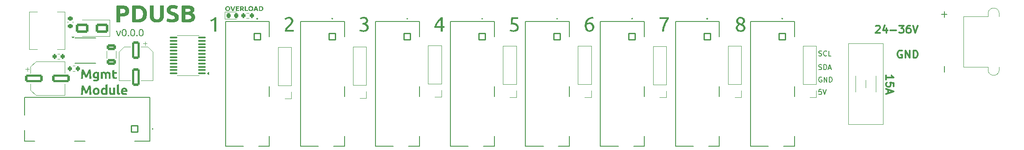
<source format=gbr>
%TF.GenerationSoftware,KiCad,Pcbnew,8.0.3*%
%TF.CreationDate,2024-06-27T20:35:16-04:00*%
%TF.ProjectId,backplane,6261636b-706c-4616-9e65-2e6b69636164,v0.0.0*%
%TF.SameCoordinates,Original*%
%TF.FileFunction,Legend,Top*%
%TF.FilePolarity,Positive*%
%FSLAX46Y46*%
G04 Gerber Fmt 4.6, Leading zero omitted, Abs format (unit mm)*
G04 Created by KiCad (PCBNEW 8.0.3) date 2024-06-27 20:35:16*
%MOMM*%
%LPD*%
G01*
G04 APERTURE LIST*
G04 Aperture macros list*
%AMRoundRect*
0 Rectangle with rounded corners*
0 $1 Rounding radius*
0 $2 $3 $4 $5 $6 $7 $8 $9 X,Y pos of 4 corners*
0 Add a 4 corners polygon primitive as box body*
4,1,4,$2,$3,$4,$5,$6,$7,$8,$9,$2,$3,0*
0 Add four circle primitives for the rounded corners*
1,1,$1+$1,$2,$3*
1,1,$1+$1,$4,$5*
1,1,$1+$1,$6,$7*
1,1,$1+$1,$8,$9*
0 Add four rect primitives between the rounded corners*
20,1,$1+$1,$2,$3,$4,$5,0*
20,1,$1+$1,$4,$5,$6,$7,0*
20,1,$1+$1,$6,$7,$8,$9,0*
20,1,$1+$1,$8,$9,$2,$3,0*%
G04 Aperture macros list end*
%ADD10C,0.200000*%
%ADD11C,0.225000*%
%ADD12C,0.300000*%
%ADD13C,0.375000*%
%ADD14C,0.600000*%
%ADD15C,0.150000*%
%ADD16C,0.120000*%
%ADD17C,0.127000*%
%ADD18C,7.500000*%
%ADD19R,1.700000X1.700000*%
%ADD20O,1.700000X1.700000*%
%ADD21R,3.500000X2.350000*%
%ADD22C,2.400000*%
%ADD23RoundRect,0.102000X-0.644000X0.644000X-0.644000X-0.644000X0.644000X-0.644000X0.644000X0.644000X0*%
%ADD24C,1.492000*%
%ADD25RoundRect,0.250000X1.000000X0.650000X-1.000000X0.650000X-1.000000X-0.650000X1.000000X-0.650000X0*%
%ADD26RoundRect,0.250000X-1.500000X-0.550000X1.500000X-0.550000X1.500000X0.550000X-1.500000X0.550000X0*%
%ADD27RoundRect,0.225000X0.250000X-0.225000X0.250000X0.225000X-0.250000X0.225000X-0.250000X-0.225000X0*%
%ADD28RoundRect,0.200000X-0.200000X-0.275000X0.200000X-0.275000X0.200000X0.275000X-0.200000X0.275000X0*%
%ADD29RoundRect,0.218750X-0.218750X-0.256250X0.218750X-0.256250X0.218750X0.256250X-0.218750X0.256250X0*%
%ADD30RoundRect,0.100000X0.637500X0.100000X-0.637500X0.100000X-0.637500X-0.100000X0.637500X-0.100000X0*%
%ADD31RoundRect,0.102000X0.644000X0.644000X-0.644000X0.644000X-0.644000X-0.644000X0.644000X-0.644000X0*%
%ADD32C,2.780000*%
%ADD33RoundRect,0.250000X-0.550000X1.500000X-0.550000X-1.500000X0.550000X-1.500000X0.550000X1.500000X0*%
%ADD34RoundRect,0.200000X0.200000X0.275000X-0.200000X0.275000X-0.200000X-0.275000X0.200000X-0.275000X0*%
%ADD35C,1.400000*%
%ADD36R,3.500000X3.500000*%
%ADD37C,3.500000*%
%ADD38R,1.550000X0.600000*%
%ADD39R,2.600000X3.100000*%
%ADD40RoundRect,0.250000X-0.650000X0.325000X-0.650000X-0.325000X0.650000X-0.325000X0.650000X0.325000X0*%
G04 APERTURE END LIST*
D10*
X159822054Y-10819600D02*
X159964911Y-10867219D01*
X159964911Y-10867219D02*
X160203006Y-10867219D01*
X160203006Y-10867219D02*
X160298244Y-10819600D01*
X160298244Y-10819600D02*
X160345863Y-10771980D01*
X160345863Y-10771980D02*
X160393482Y-10676742D01*
X160393482Y-10676742D02*
X160393482Y-10581504D01*
X160393482Y-10581504D02*
X160345863Y-10486266D01*
X160345863Y-10486266D02*
X160298244Y-10438647D01*
X160298244Y-10438647D02*
X160203006Y-10391028D01*
X160203006Y-10391028D02*
X160012530Y-10343409D01*
X160012530Y-10343409D02*
X159917292Y-10295790D01*
X159917292Y-10295790D02*
X159869673Y-10248171D01*
X159869673Y-10248171D02*
X159822054Y-10152933D01*
X159822054Y-10152933D02*
X159822054Y-10057695D01*
X159822054Y-10057695D02*
X159869673Y-9962457D01*
X159869673Y-9962457D02*
X159917292Y-9914838D01*
X159917292Y-9914838D02*
X160012530Y-9867219D01*
X160012530Y-9867219D02*
X160250625Y-9867219D01*
X160250625Y-9867219D02*
X160393482Y-9914838D01*
X161393482Y-10771980D02*
X161345863Y-10819600D01*
X161345863Y-10819600D02*
X161203006Y-10867219D01*
X161203006Y-10867219D02*
X161107768Y-10867219D01*
X161107768Y-10867219D02*
X160964911Y-10819600D01*
X160964911Y-10819600D02*
X160869673Y-10724361D01*
X160869673Y-10724361D02*
X160822054Y-10629123D01*
X160822054Y-10629123D02*
X160774435Y-10438647D01*
X160774435Y-10438647D02*
X160774435Y-10295790D01*
X160774435Y-10295790D02*
X160822054Y-10105314D01*
X160822054Y-10105314D02*
X160869673Y-10010076D01*
X160869673Y-10010076D02*
X160964911Y-9914838D01*
X160964911Y-9914838D02*
X161107768Y-9867219D01*
X161107768Y-9867219D02*
X161203006Y-9867219D01*
X161203006Y-9867219D02*
X161345863Y-9914838D01*
X161345863Y-9914838D02*
X161393482Y-9962457D01*
X162298244Y-10867219D02*
X161822054Y-10867219D01*
X161822054Y-10867219D02*
X161822054Y-9867219D01*
D11*
G36*
X20265453Y-5812976D02*
G01*
X20244404Y-5889970D01*
X20222474Y-5966162D01*
X20199662Y-6041553D01*
X20175969Y-6116142D01*
X20151394Y-6189930D01*
X20125937Y-6262917D01*
X20099599Y-6335102D01*
X20072379Y-6406486D01*
X20044833Y-6476542D01*
X20017516Y-6544743D01*
X19983692Y-6627386D01*
X19950225Y-6707131D01*
X19917117Y-6783978D01*
X19884366Y-6857927D01*
X19858422Y-6915000D01*
X19681102Y-6915000D01*
X19648628Y-6843369D01*
X19615779Y-6768840D01*
X19582554Y-6691414D01*
X19548953Y-6611089D01*
X19514977Y-6527866D01*
X19487525Y-6459202D01*
X19466779Y-6406486D01*
X19439559Y-6335102D01*
X19413221Y-6262917D01*
X19387765Y-6189930D01*
X19363189Y-6116142D01*
X19339496Y-6041553D01*
X19316684Y-5966162D01*
X19294754Y-5889970D01*
X19273705Y-5812976D01*
X19484731Y-5812976D01*
X19503236Y-5885146D01*
X19523992Y-5960606D01*
X19544815Y-6032062D01*
X19566961Y-6104469D01*
X19589895Y-6176518D01*
X19613615Y-6248209D01*
X19618454Y-6262505D01*
X19643026Y-6333037D01*
X19667741Y-6402210D01*
X19695093Y-6476729D01*
X19697588Y-6483422D01*
X19724775Y-6554034D01*
X19753249Y-6624943D01*
X19773792Y-6673932D01*
X19803629Y-6602016D01*
X19832351Y-6528978D01*
X19849630Y-6483422D01*
X19877163Y-6409052D01*
X19901892Y-6340015D01*
X19926336Y-6269619D01*
X19928764Y-6262505D01*
X19952836Y-6190885D01*
X19976048Y-6118907D01*
X19998402Y-6046572D01*
X20002770Y-6032062D01*
X20023593Y-5960606D01*
X20044349Y-5885146D01*
X20062854Y-5812976D01*
X20265453Y-5812976D01*
G37*
G36*
X20971388Y-5444671D02*
G01*
X21047080Y-5465227D01*
X21115713Y-5499488D01*
X21177288Y-5547453D01*
X21231805Y-5609123D01*
X21248408Y-5632725D01*
X21285877Y-5697675D01*
X21316994Y-5770712D01*
X21341762Y-5851835D01*
X21360178Y-5941043D01*
X21370339Y-6018231D01*
X21376436Y-6100595D01*
X21378468Y-6188133D01*
X21376436Y-6275671D01*
X21370339Y-6358034D01*
X21360178Y-6435223D01*
X21345953Y-6507236D01*
X21322456Y-6589976D01*
X21292608Y-6664630D01*
X21256410Y-6731198D01*
X21248408Y-6743541D01*
X21196244Y-6809779D01*
X21137022Y-6862312D01*
X21070742Y-6901141D01*
X20997403Y-6926265D01*
X20917006Y-6937685D01*
X20888639Y-6938447D01*
X20806001Y-6931595D01*
X20730369Y-6911038D01*
X20661745Y-6876777D01*
X20600127Y-6828812D01*
X20545516Y-6767143D01*
X20528869Y-6743541D01*
X20491506Y-6678590D01*
X20460476Y-6605553D01*
X20435779Y-6524431D01*
X20417414Y-6435223D01*
X20407282Y-6358034D01*
X20401203Y-6275671D01*
X20399176Y-6188133D01*
X20605806Y-6188133D01*
X20607129Y-6261563D01*
X20611643Y-6339526D01*
X20619361Y-6414546D01*
X20632430Y-6490692D01*
X20652518Y-6564580D01*
X20665889Y-6600659D01*
X20701368Y-6668107D01*
X20750037Y-6724436D01*
X20753450Y-6727421D01*
X20818974Y-6764012D01*
X20888639Y-6774316D01*
X20962553Y-6762592D01*
X21023827Y-6727421D01*
X21073195Y-6672100D01*
X21109328Y-6605596D01*
X21111388Y-6600659D01*
X21136272Y-6525906D01*
X21151797Y-6453572D01*
X21157550Y-6414546D01*
X21165476Y-6339526D01*
X21170112Y-6261563D01*
X21171472Y-6188133D01*
X21170112Y-6114738D01*
X21165476Y-6036897D01*
X21157550Y-5962086D01*
X21144704Y-5885716D01*
X21124742Y-5811703D01*
X21111388Y-5775607D01*
X21075909Y-5708239D01*
X21027240Y-5652174D01*
X21023827Y-5649211D01*
X20958303Y-5612334D01*
X20888639Y-5601950D01*
X20814725Y-5613765D01*
X20753450Y-5649211D01*
X20704083Y-5704257D01*
X20667949Y-5770670D01*
X20665889Y-5775607D01*
X20640935Y-5850429D01*
X20625239Y-5922935D01*
X20619361Y-5962086D01*
X20611643Y-6036897D01*
X20607129Y-6114738D01*
X20605806Y-6188133D01*
X20399176Y-6188133D01*
X20401203Y-6100595D01*
X20407282Y-6018231D01*
X20417414Y-5941043D01*
X20431599Y-5869030D01*
X20455030Y-5786290D01*
X20484794Y-5711636D01*
X20520890Y-5645068D01*
X20528869Y-5632725D01*
X20581145Y-5566487D01*
X20640427Y-5513954D01*
X20706716Y-5475125D01*
X20780012Y-5450000D01*
X20860314Y-5438580D01*
X20888639Y-5437819D01*
X20971388Y-5444671D01*
G37*
G36*
X21878555Y-6797763D02*
G01*
X21860546Y-6868918D01*
X21840453Y-6896681D01*
X21775579Y-6934368D01*
X21737505Y-6938447D01*
X21663266Y-6920460D01*
X21633824Y-6896681D01*
X21599073Y-6828546D01*
X21596088Y-6797763D01*
X21615582Y-6723892D01*
X21633824Y-6699211D01*
X21699201Y-6661193D01*
X21737505Y-6657079D01*
X21811263Y-6675224D01*
X21840453Y-6699211D01*
X21875541Y-6767009D01*
X21878555Y-6797763D01*
G37*
G36*
X22671319Y-5444671D02*
G01*
X22747010Y-5465227D01*
X22815643Y-5499488D01*
X22877218Y-5547453D01*
X22931735Y-5609123D01*
X22948339Y-5632725D01*
X22985807Y-5697675D01*
X23016925Y-5770712D01*
X23041692Y-5851835D01*
X23060108Y-5941043D01*
X23070269Y-6018231D01*
X23076366Y-6100595D01*
X23078398Y-6188133D01*
X23076366Y-6275671D01*
X23070269Y-6358034D01*
X23060108Y-6435223D01*
X23045883Y-6507236D01*
X23022386Y-6589976D01*
X22992538Y-6664630D01*
X22956340Y-6731198D01*
X22948339Y-6743541D01*
X22896175Y-6809779D01*
X22836952Y-6862312D01*
X22770672Y-6901141D01*
X22697333Y-6926265D01*
X22616936Y-6937685D01*
X22588569Y-6938447D01*
X22505931Y-6931595D01*
X22430300Y-6911038D01*
X22361675Y-6876777D01*
X22300057Y-6828812D01*
X22245446Y-6767143D01*
X22228799Y-6743541D01*
X22191437Y-6678590D01*
X22160406Y-6605553D01*
X22135709Y-6524431D01*
X22117344Y-6435223D01*
X22107212Y-6358034D01*
X22101133Y-6275671D01*
X22099106Y-6188133D01*
X22305736Y-6188133D01*
X22307059Y-6261563D01*
X22311574Y-6339526D01*
X22319291Y-6414546D01*
X22332360Y-6490692D01*
X22352448Y-6564580D01*
X22365819Y-6600659D01*
X22401298Y-6668107D01*
X22449968Y-6724436D01*
X22453381Y-6727421D01*
X22518904Y-6764012D01*
X22588569Y-6774316D01*
X22662483Y-6762592D01*
X22723757Y-6727421D01*
X22773125Y-6672100D01*
X22809259Y-6605596D01*
X22811318Y-6600659D01*
X22836203Y-6525906D01*
X22851727Y-6453572D01*
X22857480Y-6414546D01*
X22865407Y-6339526D01*
X22870043Y-6261563D01*
X22871402Y-6188133D01*
X22870043Y-6114738D01*
X22865407Y-6036897D01*
X22857480Y-5962086D01*
X22844635Y-5885716D01*
X22824672Y-5811703D01*
X22811318Y-5775607D01*
X22775839Y-5708239D01*
X22727170Y-5652174D01*
X22723757Y-5649211D01*
X22658234Y-5612334D01*
X22588569Y-5601950D01*
X22514655Y-5613765D01*
X22453381Y-5649211D01*
X22404013Y-5704257D01*
X22367879Y-5770670D01*
X22365819Y-5775607D01*
X22340865Y-5850429D01*
X22325169Y-5922935D01*
X22319291Y-5962086D01*
X22311574Y-6036897D01*
X22307059Y-6114738D01*
X22305736Y-6188133D01*
X22099106Y-6188133D01*
X22101133Y-6100595D01*
X22107212Y-6018231D01*
X22117344Y-5941043D01*
X22131530Y-5869030D01*
X22154960Y-5786290D01*
X22184724Y-5711636D01*
X22220820Y-5645068D01*
X22228799Y-5632725D01*
X22281075Y-5566487D01*
X22340357Y-5513954D01*
X22406646Y-5475125D01*
X22479942Y-5450000D01*
X22560244Y-5438580D01*
X22588569Y-5437819D01*
X22671319Y-5444671D01*
G37*
G36*
X23578485Y-6797763D02*
G01*
X23560476Y-6868918D01*
X23540383Y-6896681D01*
X23475510Y-6934368D01*
X23437435Y-6938447D01*
X23363196Y-6920460D01*
X23333754Y-6896681D01*
X23299003Y-6828546D01*
X23296018Y-6797763D01*
X23315513Y-6723892D01*
X23333754Y-6699211D01*
X23399131Y-6661193D01*
X23437435Y-6657079D01*
X23511193Y-6675224D01*
X23540383Y-6699211D01*
X23575471Y-6767009D01*
X23578485Y-6797763D01*
G37*
G36*
X24371249Y-5444671D02*
G01*
X24446940Y-5465227D01*
X24515573Y-5499488D01*
X24577148Y-5547453D01*
X24631665Y-5609123D01*
X24648269Y-5632725D01*
X24685737Y-5697675D01*
X24716855Y-5770712D01*
X24741622Y-5851835D01*
X24760039Y-5941043D01*
X24770199Y-6018231D01*
X24776296Y-6100595D01*
X24778328Y-6188133D01*
X24776296Y-6275671D01*
X24770199Y-6358034D01*
X24760039Y-6435223D01*
X24745813Y-6507236D01*
X24722316Y-6589976D01*
X24692469Y-6664630D01*
X24656271Y-6731198D01*
X24648269Y-6743541D01*
X24596105Y-6809779D01*
X24536883Y-6862312D01*
X24470602Y-6901141D01*
X24397264Y-6926265D01*
X24316867Y-6937685D01*
X24288499Y-6938447D01*
X24205861Y-6931595D01*
X24130230Y-6911038D01*
X24061605Y-6876777D01*
X23999987Y-6828812D01*
X23945376Y-6767143D01*
X23928729Y-6743541D01*
X23891367Y-6678590D01*
X23860337Y-6605553D01*
X23835639Y-6524431D01*
X23817275Y-6435223D01*
X23807142Y-6358034D01*
X23801063Y-6275671D01*
X23799036Y-6188133D01*
X24005666Y-6188133D01*
X24006990Y-6261563D01*
X24011504Y-6339526D01*
X24019221Y-6414546D01*
X24032290Y-6490692D01*
X24052378Y-6564580D01*
X24065750Y-6600659D01*
X24101229Y-6668107D01*
X24149898Y-6724436D01*
X24153311Y-6727421D01*
X24218834Y-6764012D01*
X24288499Y-6774316D01*
X24362413Y-6762592D01*
X24423688Y-6727421D01*
X24473055Y-6672100D01*
X24509189Y-6605596D01*
X24511249Y-6600659D01*
X24536133Y-6525906D01*
X24551657Y-6453572D01*
X24557411Y-6414546D01*
X24565337Y-6339526D01*
X24569973Y-6261563D01*
X24571332Y-6188133D01*
X24569973Y-6114738D01*
X24565337Y-6036897D01*
X24557411Y-5962086D01*
X24544565Y-5885716D01*
X24524602Y-5811703D01*
X24511249Y-5775607D01*
X24475770Y-5708239D01*
X24427100Y-5652174D01*
X24423688Y-5649211D01*
X24358164Y-5612334D01*
X24288499Y-5601950D01*
X24214585Y-5613765D01*
X24153311Y-5649211D01*
X24103943Y-5704257D01*
X24067809Y-5770670D01*
X24065750Y-5775607D01*
X24040795Y-5850429D01*
X24025099Y-5922935D01*
X24019221Y-5962086D01*
X24011504Y-6036897D01*
X24006990Y-6114738D01*
X24005666Y-6188133D01*
X23799036Y-6188133D01*
X23801063Y-6100595D01*
X23807142Y-6018231D01*
X23817275Y-5941043D01*
X23831460Y-5869030D01*
X23854891Y-5786290D01*
X23884654Y-5711636D01*
X23920750Y-5645068D01*
X23928729Y-5632725D01*
X23981005Y-5566487D01*
X24040287Y-5513954D01*
X24106576Y-5475125D01*
X24179872Y-5450000D01*
X24260175Y-5438580D01*
X24288499Y-5437819D01*
X24371249Y-5444671D01*
G37*
D12*
G36*
X144344610Y-3044123D02*
G01*
X144494963Y-3072734D01*
X144595150Y-3107445D01*
X144731471Y-3177349D01*
X144851384Y-3269366D01*
X144872121Y-3289895D01*
X144964994Y-3406582D01*
X145028192Y-3535359D01*
X145067296Y-3683659D01*
X145076552Y-3795478D01*
X145062527Y-3941794D01*
X145040648Y-4024089D01*
X144979159Y-4164258D01*
X144943196Y-4223391D01*
X144851261Y-4340639D01*
X144803977Y-4387522D01*
X144688921Y-4480986D01*
X144642044Y-4512819D01*
X144785588Y-4591000D01*
X144905268Y-4682205D01*
X145017384Y-4808841D01*
X145095137Y-4954230D01*
X145138525Y-5118373D01*
X145148360Y-5238220D01*
X145134836Y-5393853D01*
X145094264Y-5537895D01*
X145086810Y-5556224D01*
X145011156Y-5692145D01*
X144913279Y-5802935D01*
X144905826Y-5809748D01*
X144779645Y-5900627D01*
X144637473Y-5965983D01*
X144603942Y-5977543D01*
X144460030Y-6013710D01*
X144300867Y-6033185D01*
X144186287Y-6036894D01*
X144038914Y-6030866D01*
X143892025Y-6010029D01*
X143750943Y-5969918D01*
X143727599Y-5960690D01*
X143590856Y-5891891D01*
X143470643Y-5803735D01*
X143434508Y-5768715D01*
X143340901Y-5647266D01*
X143278436Y-5514459D01*
X143242417Y-5371454D01*
X143232523Y-5255073D01*
X143628681Y-5255073D01*
X143654124Y-5401808D01*
X143655792Y-5406748D01*
X143734812Y-5535696D01*
X143751046Y-5552561D01*
X143873595Y-5640213D01*
X143923970Y-5663935D01*
X144068640Y-5701255D01*
X144189951Y-5708632D01*
X144340157Y-5696808D01*
X144441277Y-5671263D01*
X144575292Y-5605892D01*
X144616399Y-5574542D01*
X144708562Y-5458336D01*
X144717515Y-5439720D01*
X144751089Y-5294262D01*
X144751221Y-5284382D01*
X144729447Y-5137992D01*
X144700662Y-5071891D01*
X144604895Y-4953016D01*
X144554849Y-4912889D01*
X144428914Y-4830418D01*
X144326971Y-4772205D01*
X144194747Y-4708180D01*
X144057103Y-4656849D01*
X144025819Y-4646908D01*
X143895543Y-4729649D01*
X143781618Y-4834867D01*
X143731995Y-4898234D01*
X143665103Y-5029591D01*
X143632313Y-5179570D01*
X143628681Y-5255073D01*
X143232523Y-5255073D01*
X143232274Y-5252142D01*
X143249315Y-5099802D01*
X143271842Y-5023531D01*
X143335465Y-4885586D01*
X143377355Y-4818367D01*
X143472744Y-4701549D01*
X143529762Y-4646908D01*
X143647661Y-4554780D01*
X143712944Y-4512819D01*
X143572501Y-4417687D01*
X143461115Y-4307048D01*
X143378786Y-4180901D01*
X143325514Y-4039247D01*
X143301300Y-3882085D01*
X143299685Y-3826252D01*
X143304613Y-3777892D01*
X143692428Y-3777892D01*
X143716423Y-3923275D01*
X143726133Y-3950083D01*
X143802054Y-4077327D01*
X143831646Y-4110551D01*
X143944827Y-4205159D01*
X144019225Y-4252700D01*
X144154846Y-4317451D01*
X144295464Y-4361877D01*
X144418356Y-4281849D01*
X144528699Y-4184455D01*
X144578297Y-4127404D01*
X144650425Y-3994227D01*
X144681234Y-3842183D01*
X144683810Y-3776427D01*
X144655966Y-3644535D01*
X144576797Y-3518183D01*
X144569504Y-3510446D01*
X144451515Y-3422782D01*
X144417829Y-3406399D01*
X144270451Y-3368051D01*
X144189951Y-3363900D01*
X144043798Y-3377849D01*
X143959874Y-3403468D01*
X143829494Y-3481085D01*
X143806001Y-3503119D01*
X143723140Y-3626724D01*
X143719539Y-3635743D01*
X143692428Y-3777892D01*
X143304613Y-3777892D01*
X143315439Y-3671646D01*
X143362700Y-3524368D01*
X143439453Y-3389729D01*
X143542219Y-3273042D01*
X143661906Y-3181036D01*
X143792498Y-3112595D01*
X143822854Y-3100118D01*
X143974262Y-3056040D01*
X144127665Y-3037212D01*
X144189951Y-3035638D01*
X144344610Y-3044123D01*
G37*
X171223082Y-4913685D02*
X171294510Y-4842257D01*
X171294510Y-4842257D02*
X171437368Y-4770828D01*
X171437368Y-4770828D02*
X171794510Y-4770828D01*
X171794510Y-4770828D02*
X171937368Y-4842257D01*
X171937368Y-4842257D02*
X172008796Y-4913685D01*
X172008796Y-4913685D02*
X172080225Y-5056542D01*
X172080225Y-5056542D02*
X172080225Y-5199400D01*
X172080225Y-5199400D02*
X172008796Y-5413685D01*
X172008796Y-5413685D02*
X171151653Y-6270828D01*
X171151653Y-6270828D02*
X172080225Y-6270828D01*
X173365939Y-5270828D02*
X173365939Y-6270828D01*
X173008796Y-4699400D02*
X172651653Y-5770828D01*
X172651653Y-5770828D02*
X173580224Y-5770828D01*
X174151652Y-5699400D02*
X175294510Y-5699400D01*
X175865938Y-4770828D02*
X176794510Y-4770828D01*
X176794510Y-4770828D02*
X176294510Y-5342257D01*
X176294510Y-5342257D02*
X176508795Y-5342257D01*
X176508795Y-5342257D02*
X176651653Y-5413685D01*
X176651653Y-5413685D02*
X176723081Y-5485114D01*
X176723081Y-5485114D02*
X176794510Y-5627971D01*
X176794510Y-5627971D02*
X176794510Y-5985114D01*
X176794510Y-5985114D02*
X176723081Y-6127971D01*
X176723081Y-6127971D02*
X176651653Y-6199400D01*
X176651653Y-6199400D02*
X176508795Y-6270828D01*
X176508795Y-6270828D02*
X176080224Y-6270828D01*
X176080224Y-6270828D02*
X175937367Y-6199400D01*
X175937367Y-6199400D02*
X175865938Y-6127971D01*
X178080224Y-4770828D02*
X177794509Y-4770828D01*
X177794509Y-4770828D02*
X177651652Y-4842257D01*
X177651652Y-4842257D02*
X177580224Y-4913685D01*
X177580224Y-4913685D02*
X177437366Y-5127971D01*
X177437366Y-5127971D02*
X177365938Y-5413685D01*
X177365938Y-5413685D02*
X177365938Y-5985114D01*
X177365938Y-5985114D02*
X177437366Y-6127971D01*
X177437366Y-6127971D02*
X177508795Y-6199400D01*
X177508795Y-6199400D02*
X177651652Y-6270828D01*
X177651652Y-6270828D02*
X177937366Y-6270828D01*
X177937366Y-6270828D02*
X178080224Y-6199400D01*
X178080224Y-6199400D02*
X178151652Y-6127971D01*
X178151652Y-6127971D02*
X178223081Y-5985114D01*
X178223081Y-5985114D02*
X178223081Y-5627971D01*
X178223081Y-5627971D02*
X178151652Y-5485114D01*
X178151652Y-5485114D02*
X178080224Y-5413685D01*
X178080224Y-5413685D02*
X177937366Y-5342257D01*
X177937366Y-5342257D02*
X177651652Y-5342257D01*
X177651652Y-5342257D02*
X177508795Y-5413685D01*
X177508795Y-5413685D02*
X177437366Y-5485114D01*
X177437366Y-5485114D02*
X177365938Y-5627971D01*
X178651652Y-4770828D02*
X179151652Y-6270828D01*
X179151652Y-6270828D02*
X179651652Y-4770828D01*
D13*
G36*
X12805837Y-13643604D02*
G01*
X12850820Y-13728253D01*
X12893760Y-13813394D01*
X12916748Y-13860321D01*
X12960476Y-13951537D01*
X13001372Y-14038838D01*
X13043355Y-14130309D01*
X13047613Y-14139685D01*
X13085875Y-14224811D01*
X13123917Y-14311038D01*
X13161738Y-14398367D01*
X13182655Y-14447358D01*
X13219620Y-14534120D01*
X13259228Y-14627077D01*
X13297296Y-14716409D01*
X13308415Y-14742501D01*
X13345975Y-14654257D01*
X13384986Y-14562387D01*
X13421335Y-14476605D01*
X13433712Y-14447358D01*
X13471411Y-14359418D01*
X13509330Y-14272579D01*
X13547470Y-14186842D01*
X13568754Y-14139685D01*
X13610846Y-14047798D01*
X13651850Y-13960079D01*
X13695698Y-13868404D01*
X13699619Y-13860321D01*
X13740990Y-13776507D01*
X13785500Y-13690039D01*
X13810530Y-13643604D01*
X14190132Y-13643604D01*
X14203329Y-13738011D01*
X14216004Y-13837930D01*
X14228156Y-13943358D01*
X14238361Y-14040129D01*
X14239787Y-14054298D01*
X14249469Y-14154489D01*
X14258617Y-14256500D01*
X14267233Y-14360333D01*
X14275316Y-14465986D01*
X14279696Y-14527177D01*
X14287256Y-14634667D01*
X14294504Y-14742334D01*
X14301442Y-14850180D01*
X14308069Y-14958203D01*
X14311716Y-15020010D01*
X14318013Y-15126643D01*
X14323910Y-15230523D01*
X14329408Y-15331650D01*
X14334506Y-15430023D01*
X14337240Y-15485000D01*
X13931186Y-15485000D01*
X13928032Y-15382924D01*
X13924486Y-15277521D01*
X13920549Y-15168789D01*
X13916969Y-15075637D01*
X13913116Y-14980173D01*
X13909839Y-14902138D01*
X13905305Y-14803534D01*
X13900114Y-14704658D01*
X13894265Y-14605511D01*
X13887760Y-14506091D01*
X13880597Y-14406399D01*
X13872778Y-14306436D01*
X13869466Y-14266374D01*
X13831768Y-14352885D01*
X13794575Y-14438035D01*
X13762267Y-14511863D01*
X13722178Y-14604121D01*
X13682308Y-14696488D01*
X13646252Y-14780554D01*
X13607184Y-14871651D01*
X13569104Y-14959896D01*
X13535341Y-15037644D01*
X13497535Y-15124569D01*
X13459036Y-15213444D01*
X13444385Y-15247400D01*
X13152955Y-15247400D01*
X13114248Y-15157860D01*
X13075094Y-15067721D01*
X13061999Y-15037644D01*
X13024815Y-14951991D01*
X12986645Y-14863487D01*
X12951088Y-14780554D01*
X12911627Y-14688087D01*
X12871726Y-14595729D01*
X12835073Y-14511863D01*
X12796080Y-14422137D01*
X12756294Y-14330634D01*
X12728339Y-14266374D01*
X12720256Y-14366447D01*
X12712831Y-14466247D01*
X12706062Y-14565775D01*
X12699951Y-14665032D01*
X12694497Y-14764017D01*
X12689700Y-14862729D01*
X12687965Y-14902138D01*
X12683896Y-14999451D01*
X12680098Y-15094452D01*
X12675900Y-15205403D01*
X12672093Y-15313025D01*
X12668678Y-15417319D01*
X12666618Y-15485000D01*
X12260565Y-15485000D01*
X12265412Y-15388200D01*
X12270615Y-15288647D01*
X12276172Y-15186341D01*
X12282086Y-15081281D01*
X12285624Y-15020010D01*
X12291274Y-14927321D01*
X12298073Y-14819349D01*
X12305093Y-14711554D01*
X12312335Y-14603937D01*
X12317644Y-14527177D01*
X12325604Y-14420483D01*
X12334051Y-14315610D01*
X12342988Y-14212558D01*
X12352413Y-14111327D01*
X12358018Y-14054298D01*
X12368144Y-13956925D01*
X12378625Y-13863770D01*
X12391039Y-13762474D01*
X12403916Y-13666689D01*
X12407208Y-13643604D01*
X12805837Y-13643604D01*
G37*
G36*
X15418184Y-14062401D02*
G01*
X15470013Y-14066364D01*
X15564602Y-14076116D01*
X15620833Y-14083534D01*
X15716507Y-14099342D01*
X15764228Y-14109057D01*
X15854619Y-14130696D01*
X15885812Y-14139685D01*
X15885812Y-15314689D01*
X15881541Y-15417542D01*
X15868727Y-15511761D01*
X15842075Y-15613428D01*
X15803121Y-15702664D01*
X15742127Y-15791060D01*
X15710861Y-15823764D01*
X15625149Y-15888498D01*
X15537083Y-15931330D01*
X15435540Y-15962480D01*
X15340627Y-15979515D01*
X15236356Y-15988438D01*
X15169302Y-15989898D01*
X15073176Y-15986701D01*
X14976919Y-15977108D01*
X14912676Y-15967159D01*
X14819225Y-15948017D01*
X14723879Y-15922566D01*
X14675076Y-15906831D01*
X14744685Y-15582916D01*
X14834504Y-15614587D01*
X14928198Y-15639120D01*
X14940983Y-15641852D01*
X15036457Y-15656445D01*
X15134655Y-15662678D01*
X15174870Y-15663199D01*
X15272060Y-15655722D01*
X15362726Y-15627008D01*
X15416646Y-15586629D01*
X15467609Y-15505158D01*
X15487024Y-15411638D01*
X15487648Y-15389403D01*
X15487648Y-15337428D01*
X15397618Y-15370828D01*
X15355390Y-15381514D01*
X15260659Y-15394200D01*
X15206891Y-15395900D01*
X15102401Y-15389880D01*
X15007504Y-15371819D01*
X14908915Y-15335531D01*
X14823384Y-15282855D01*
X14760464Y-15224661D01*
X14700069Y-15143013D01*
X14654509Y-15048307D01*
X14627263Y-14956738D01*
X14610916Y-14855576D01*
X14605467Y-14744822D01*
X14605490Y-14744357D01*
X15011985Y-14744357D01*
X15018579Y-14837940D01*
X15043899Y-14929302D01*
X15097441Y-15007023D01*
X15190282Y-15057780D01*
X15282069Y-15069200D01*
X15376402Y-15058784D01*
X15396692Y-15053422D01*
X15482888Y-15018482D01*
X15487648Y-15015833D01*
X15487648Y-14399560D01*
X15418039Y-14390279D01*
X15324762Y-14386102D01*
X15225774Y-14398111D01*
X15139426Y-14438604D01*
X15089483Y-14487732D01*
X15042258Y-14571241D01*
X15018115Y-14661206D01*
X15011985Y-14744357D01*
X14605490Y-14744357D01*
X14610135Y-14651248D01*
X14626052Y-14554598D01*
X14653265Y-14464528D01*
X14695662Y-14374950D01*
X14750457Y-14295552D01*
X14793876Y-14248276D01*
X14868945Y-14186215D01*
X14955630Y-14135770D01*
X15019874Y-14108593D01*
X15115871Y-14080587D01*
X15210278Y-14065215D01*
X15311483Y-14059451D01*
X15321978Y-14059403D01*
X15418184Y-14062401D01*
G37*
G36*
X17024619Y-14739253D02*
G01*
X17020691Y-14639807D01*
X17005223Y-14542389D01*
X16974965Y-14466385D01*
X16902530Y-14403742D01*
X16805118Y-14386102D01*
X16727620Y-14390279D01*
X16650122Y-14399096D01*
X16650122Y-15485000D01*
X16251957Y-15485000D01*
X16251957Y-14139685D01*
X16345795Y-14117204D01*
X16370757Y-14111842D01*
X16463689Y-14093550D01*
X16515080Y-14084926D01*
X16607152Y-14072562D01*
X16671468Y-14066364D01*
X16765822Y-14060552D01*
X16829249Y-14059403D01*
X16927360Y-14064009D01*
X17025634Y-14081330D01*
X17076594Y-14098384D01*
X17163258Y-14140614D01*
X17232983Y-14190268D01*
X17312899Y-14141732D01*
X17402409Y-14103322D01*
X17429745Y-14094207D01*
X17523416Y-14070415D01*
X17616288Y-14059709D01*
X17633932Y-14059403D01*
X17733324Y-14063935D01*
X17829047Y-14079388D01*
X17910512Y-14105809D01*
X17997002Y-14153787D01*
X18066437Y-14216509D01*
X18083143Y-14237138D01*
X18131540Y-14317258D01*
X18164659Y-14409813D01*
X18171315Y-14438541D01*
X18186939Y-14537546D01*
X18194291Y-14636685D01*
X18195446Y-14697951D01*
X18195446Y-15485000D01*
X17796817Y-15485000D01*
X17796817Y-14739253D01*
X17792890Y-14639807D01*
X17777421Y-14542389D01*
X17747163Y-14466385D01*
X17674859Y-14403742D01*
X17577780Y-14386102D01*
X17488217Y-14402344D01*
X17400688Y-14437802D01*
X17393548Y-14442254D01*
X17413279Y-14534333D01*
X17417215Y-14572191D01*
X17422126Y-14665313D01*
X17422784Y-14717442D01*
X17422784Y-15485000D01*
X17024619Y-15485000D01*
X17024619Y-14739253D01*
G37*
G36*
X18530963Y-13737808D02*
G01*
X18929591Y-13673304D01*
X18929591Y-14089103D01*
X19408039Y-14089103D01*
X19408039Y-14415802D01*
X18929591Y-14415802D01*
X18929591Y-14911884D01*
X18936867Y-15005716D01*
X18965798Y-15098282D01*
X18973677Y-15112822D01*
X19045796Y-15171482D01*
X19143147Y-15187927D01*
X19151413Y-15188000D01*
X19245628Y-15181767D01*
X19283670Y-15175935D01*
X19375499Y-15153796D01*
X19408039Y-15142522D01*
X19464190Y-15442770D01*
X19372660Y-15474706D01*
X19303625Y-15493353D01*
X19205476Y-15509363D01*
X19111037Y-15514512D01*
X19087372Y-15514699D01*
X18990762Y-15510439D01*
X18897158Y-15495913D01*
X18816824Y-15471078D01*
X18731515Y-15425930D01*
X18658051Y-15362969D01*
X18645586Y-15348565D01*
X18594011Y-15267801D01*
X18561146Y-15179358D01*
X18556022Y-15158764D01*
X18539797Y-15064290D01*
X18532162Y-14970013D01*
X18530963Y-14911884D01*
X18530963Y-13737808D01*
G37*
G36*
X12805837Y-16835604D02*
G01*
X12850820Y-16920253D01*
X12893760Y-17005394D01*
X12916748Y-17052321D01*
X12960476Y-17143537D01*
X13001372Y-17230838D01*
X13043355Y-17322309D01*
X13047613Y-17331685D01*
X13085875Y-17416811D01*
X13123917Y-17503038D01*
X13161738Y-17590367D01*
X13182655Y-17639358D01*
X13219620Y-17726120D01*
X13259228Y-17819077D01*
X13297296Y-17908409D01*
X13308415Y-17934501D01*
X13345975Y-17846257D01*
X13384986Y-17754387D01*
X13421335Y-17668605D01*
X13433712Y-17639358D01*
X13471411Y-17551418D01*
X13509330Y-17464579D01*
X13547470Y-17378842D01*
X13568754Y-17331685D01*
X13610846Y-17239798D01*
X13651850Y-17152079D01*
X13695698Y-17060404D01*
X13699619Y-17052321D01*
X13740990Y-16968507D01*
X13785500Y-16882039D01*
X13810530Y-16835604D01*
X14190132Y-16835604D01*
X14203329Y-16930011D01*
X14216004Y-17029930D01*
X14228156Y-17135358D01*
X14238361Y-17232129D01*
X14239787Y-17246298D01*
X14249469Y-17346489D01*
X14258617Y-17448500D01*
X14267233Y-17552333D01*
X14275316Y-17657986D01*
X14279696Y-17719177D01*
X14287256Y-17826667D01*
X14294504Y-17934334D01*
X14301442Y-18042180D01*
X14308069Y-18150203D01*
X14311716Y-18212010D01*
X14318013Y-18318643D01*
X14323910Y-18422523D01*
X14329408Y-18523650D01*
X14334506Y-18622023D01*
X14337240Y-18677000D01*
X13931186Y-18677000D01*
X13928032Y-18574924D01*
X13924486Y-18469521D01*
X13920549Y-18360789D01*
X13916969Y-18267637D01*
X13913116Y-18172173D01*
X13909839Y-18094138D01*
X13905305Y-17995534D01*
X13900114Y-17896658D01*
X13894265Y-17797511D01*
X13887760Y-17698091D01*
X13880597Y-17598399D01*
X13872778Y-17498436D01*
X13869466Y-17458374D01*
X13831768Y-17544885D01*
X13794575Y-17630035D01*
X13762267Y-17703863D01*
X13722178Y-17796121D01*
X13682308Y-17888488D01*
X13646252Y-17972554D01*
X13607184Y-18063651D01*
X13569104Y-18151896D01*
X13535341Y-18229644D01*
X13497535Y-18316569D01*
X13459036Y-18405444D01*
X13444385Y-18439400D01*
X13152955Y-18439400D01*
X13114248Y-18349860D01*
X13075094Y-18259721D01*
X13061999Y-18229644D01*
X13024815Y-18143991D01*
X12986645Y-18055487D01*
X12951088Y-17972554D01*
X12911627Y-17880087D01*
X12871726Y-17787729D01*
X12835073Y-17703863D01*
X12796080Y-17614137D01*
X12756294Y-17522634D01*
X12728339Y-17458374D01*
X12720256Y-17558447D01*
X12712831Y-17658247D01*
X12706062Y-17757775D01*
X12699951Y-17857032D01*
X12694497Y-17956017D01*
X12689700Y-18054729D01*
X12687965Y-18094138D01*
X12683896Y-18191451D01*
X12680098Y-18286452D01*
X12675900Y-18397403D01*
X12672093Y-18505025D01*
X12668678Y-18609319D01*
X12666618Y-18677000D01*
X12260565Y-18677000D01*
X12265412Y-18580200D01*
X12270615Y-18480647D01*
X12276172Y-18378341D01*
X12282086Y-18273281D01*
X12285624Y-18212010D01*
X12291274Y-18119321D01*
X12298073Y-18011349D01*
X12305093Y-17903554D01*
X12312335Y-17795937D01*
X12317644Y-17719177D01*
X12325604Y-17612483D01*
X12334051Y-17507610D01*
X12342988Y-17404558D01*
X12352413Y-17303327D01*
X12358018Y-17246298D01*
X12368144Y-17148925D01*
X12378625Y-17055770D01*
X12391039Y-16954474D01*
X12403916Y-16858689D01*
X12407208Y-16835604D01*
X12805837Y-16835604D01*
G37*
G36*
X15399477Y-17257599D02*
G01*
X15495075Y-17276188D01*
X15576748Y-17303842D01*
X15667022Y-17349110D01*
X15747116Y-17406254D01*
X15794856Y-17450949D01*
X15857396Y-17527498D01*
X15904749Y-17607413D01*
X15936395Y-17679732D01*
X15965458Y-17775070D01*
X15981410Y-17867738D01*
X15987392Y-17966115D01*
X15987442Y-17976267D01*
X15982729Y-18075396D01*
X15968589Y-18169179D01*
X15942149Y-18266162D01*
X15939180Y-18274658D01*
X15901219Y-18362893D01*
X15848174Y-18448643D01*
X15800425Y-18505761D01*
X15727118Y-18571672D01*
X15643630Y-18625315D01*
X15582316Y-18654260D01*
X15491544Y-18684116D01*
X15393423Y-18701578D01*
X15297847Y-18706699D01*
X15203693Y-18701578D01*
X15106405Y-18684116D01*
X15015697Y-18654260D01*
X14925706Y-18608797D01*
X14845764Y-18551065D01*
X14798053Y-18505761D01*
X14735448Y-18428234D01*
X14687920Y-18347536D01*
X14656050Y-18274658D01*
X14627251Y-18178263D01*
X14611444Y-18085015D01*
X14605516Y-17986420D01*
X14605467Y-17976267D01*
X15011985Y-17976267D01*
X15017895Y-18074624D01*
X15038324Y-18169702D01*
X15077651Y-18257015D01*
X15086699Y-18270946D01*
X15151631Y-18337401D01*
X15241269Y-18374782D01*
X15297847Y-18380000D01*
X15391297Y-18364664D01*
X15472504Y-18313439D01*
X15507602Y-18270946D01*
X15549611Y-18186923D01*
X15572669Y-18094836D01*
X15581100Y-17999171D01*
X15581388Y-17976267D01*
X15575552Y-17878130D01*
X15555376Y-17783813D01*
X15516537Y-17697966D01*
X15507602Y-17684372D01*
X15437613Y-17615566D01*
X15346791Y-17581838D01*
X15297847Y-17578102D01*
X15204418Y-17593046D01*
X15122498Y-17642964D01*
X15086699Y-17684372D01*
X15041170Y-17775234D01*
X15019281Y-17868001D01*
X15012058Y-17964743D01*
X15011985Y-17976267D01*
X14605467Y-17976267D01*
X14610543Y-17877318D01*
X14625770Y-17784080D01*
X14654244Y-17688113D01*
X14657442Y-17679732D01*
X14698155Y-17592189D01*
X14748189Y-17513969D01*
X14801765Y-17450949D01*
X14875855Y-17385886D01*
X14959604Y-17332701D01*
X15020802Y-17303842D01*
X15110907Y-17273986D01*
X15206385Y-17256524D01*
X15297847Y-17251403D01*
X15399477Y-17257599D01*
G37*
G36*
X17525806Y-18626417D02*
G01*
X17432506Y-18650945D01*
X17402829Y-18657509D01*
X17308669Y-18674792D01*
X17257114Y-18682568D01*
X17160894Y-18694279D01*
X17102117Y-18699739D01*
X17006042Y-18705721D01*
X16950833Y-18706699D01*
X16856143Y-18702735D01*
X16757820Y-18689031D01*
X16666748Y-18665538D01*
X16640840Y-18656581D01*
X16552087Y-18616706D01*
X16473423Y-18566631D01*
X16410666Y-18512258D01*
X16346843Y-18436340D01*
X16295289Y-18349198D01*
X16267735Y-18284868D01*
X16239729Y-18189035D01*
X16224357Y-18095063D01*
X16218593Y-17994565D01*
X16218545Y-17984156D01*
X16219243Y-17966986D01*
X16625062Y-17966986D01*
X16631596Y-18065934D01*
X16654183Y-18162444D01*
X16697663Y-18252275D01*
X16707665Y-18266769D01*
X16781255Y-18335769D01*
X16868548Y-18371043D01*
X16954082Y-18380000D01*
X17047211Y-18376737D01*
X17052927Y-18376288D01*
X17127641Y-18367006D01*
X17127641Y-17634254D01*
X17040835Y-17597376D01*
X17029724Y-17594344D01*
X16935337Y-17578879D01*
X16908604Y-17578102D01*
X16812244Y-17591774D01*
X16725022Y-17642283D01*
X16664935Y-17730010D01*
X16635031Y-17834826D01*
X16625339Y-17943060D01*
X16625062Y-17966986D01*
X16219243Y-17966986D01*
X16222714Y-17881555D01*
X16235222Y-17785480D01*
X16258612Y-17687334D01*
X16261238Y-17678803D01*
X16295032Y-17589885D01*
X16342029Y-17504016D01*
X16384214Y-17447237D01*
X16455341Y-17377371D01*
X16538263Y-17322363D01*
X16580512Y-17301986D01*
X16672571Y-17271162D01*
X16765212Y-17255404D01*
X16846884Y-17251403D01*
X16943829Y-17257747D01*
X16995383Y-17267645D01*
X17086011Y-17295701D01*
X17127641Y-17312659D01*
X17127641Y-16662045D01*
X17525806Y-16598004D01*
X17525806Y-18626417D01*
G37*
G36*
X19091085Y-18626417D02*
G01*
X18998784Y-18649558D01*
X18905489Y-18668182D01*
X18828890Y-18681176D01*
X18727241Y-18694636D01*
X18633044Y-18702487D01*
X18536277Y-18706301D01*
X18492445Y-18706699D01*
X18396421Y-18702919D01*
X18300836Y-18689849D01*
X18209196Y-18664689D01*
X18194054Y-18658901D01*
X18105648Y-18613785D01*
X18028599Y-18551151D01*
X18005645Y-18525251D01*
X17952693Y-18443419D01*
X17917044Y-18356138D01*
X17906800Y-18319672D01*
X17888984Y-18226896D01*
X17879391Y-18127464D01*
X17877564Y-18057478D01*
X17877564Y-17281103D01*
X18276193Y-17281103D01*
X18276193Y-18016176D01*
X18280194Y-18116063D01*
X18295952Y-18215215D01*
X18326775Y-18294613D01*
X18399749Y-18358653D01*
X18491331Y-18379250D01*
X18516577Y-18380000D01*
X18607069Y-18376288D01*
X18692920Y-18366542D01*
X18692920Y-17281103D01*
X19091085Y-17281103D01*
X19091085Y-18626417D01*
G37*
G36*
X20019207Y-18706699D02*
G01*
X19916878Y-18701832D01*
X19819182Y-18689255D01*
X19737058Y-18669110D01*
X19651064Y-18633238D01*
X19573884Y-18578972D01*
X19565819Y-18571193D01*
X19507968Y-18491823D01*
X19480432Y-18418517D01*
X19463378Y-18322805D01*
X19457782Y-18229729D01*
X19457693Y-18215722D01*
X19457693Y-16662045D01*
X19855858Y-16598004D01*
X19855858Y-18138224D01*
X19863262Y-18232505D01*
X19863747Y-18235213D01*
X19894839Y-18307607D01*
X19960272Y-18355869D01*
X20053461Y-18377943D01*
X20075359Y-18380000D01*
X20019207Y-18706699D01*
G37*
G36*
X21011532Y-17257766D02*
G01*
X21110513Y-17276854D01*
X21200652Y-17308667D01*
X21294637Y-17361867D01*
X21376587Y-17432387D01*
X21435728Y-17506243D01*
X21482632Y-17592075D01*
X21517301Y-17689881D01*
X21539734Y-17799662D01*
X21549081Y-17900294D01*
X21550610Y-17964665D01*
X21547826Y-18040307D01*
X21542721Y-18112701D01*
X20638729Y-18112701D01*
X20664216Y-18204271D01*
X20724210Y-18284213D01*
X20753817Y-18308071D01*
X20839828Y-18351903D01*
X20935869Y-18374310D01*
X21026685Y-18380000D01*
X21121714Y-18376181D01*
X21215144Y-18364722D01*
X21241545Y-18360046D01*
X21332173Y-18339299D01*
X21414176Y-18310855D01*
X21467543Y-18618528D01*
X21381692Y-18651012D01*
X21290941Y-18673116D01*
X21262892Y-18678392D01*
X21168535Y-18693008D01*
X21122745Y-18698346D01*
X21029172Y-18705525D01*
X20972854Y-18706699D01*
X20870018Y-18702331D01*
X20775038Y-18689226D01*
X20678718Y-18664419D01*
X20642906Y-18651476D01*
X20552203Y-18608739D01*
X20472797Y-18556461D01*
X20410411Y-18500656D01*
X20347937Y-18423651D01*
X20299036Y-18336726D01*
X20273977Y-18273266D01*
X20248878Y-18180510D01*
X20234197Y-18082818D01*
X20229891Y-17989725D01*
X20234443Y-17889765D01*
X20240984Y-17845401D01*
X20638729Y-17845401D01*
X21165439Y-17845401D01*
X21149614Y-17753468D01*
X21147805Y-17747484D01*
X21104254Y-17665327D01*
X21102327Y-17663025D01*
X21027742Y-17603726D01*
X21024829Y-17602233D01*
X20934101Y-17578950D01*
X20908813Y-17578102D01*
X20815729Y-17591981D01*
X20793726Y-17600841D01*
X20717509Y-17655658D01*
X20713443Y-17660241D01*
X20666049Y-17740455D01*
X20663789Y-17746556D01*
X20639752Y-17839142D01*
X20638729Y-17845401D01*
X20240984Y-17845401D01*
X20248098Y-17797146D01*
X20273948Y-17702848D01*
X20287435Y-17667666D01*
X20331219Y-17578339D01*
X20383447Y-17499870D01*
X20438255Y-17437956D01*
X20512476Y-17375307D01*
X20594528Y-17325189D01*
X20653579Y-17298737D01*
X20745746Y-17269893D01*
X20839871Y-17254361D01*
X20903709Y-17251403D01*
X21011532Y-17257766D01*
G37*
D12*
X176450225Y-9842257D02*
X176307368Y-9770828D01*
X176307368Y-9770828D02*
X176093082Y-9770828D01*
X176093082Y-9770828D02*
X175878796Y-9842257D01*
X175878796Y-9842257D02*
X175735939Y-9985114D01*
X175735939Y-9985114D02*
X175664510Y-10127971D01*
X175664510Y-10127971D02*
X175593082Y-10413685D01*
X175593082Y-10413685D02*
X175593082Y-10627971D01*
X175593082Y-10627971D02*
X175664510Y-10913685D01*
X175664510Y-10913685D02*
X175735939Y-11056542D01*
X175735939Y-11056542D02*
X175878796Y-11199400D01*
X175878796Y-11199400D02*
X176093082Y-11270828D01*
X176093082Y-11270828D02*
X176235939Y-11270828D01*
X176235939Y-11270828D02*
X176450225Y-11199400D01*
X176450225Y-11199400D02*
X176521653Y-11127971D01*
X176521653Y-11127971D02*
X176521653Y-10627971D01*
X176521653Y-10627971D02*
X176235939Y-10627971D01*
X177164510Y-11270828D02*
X177164510Y-9770828D01*
X177164510Y-9770828D02*
X178021653Y-11270828D01*
X178021653Y-11270828D02*
X178021653Y-9770828D01*
X178735939Y-11270828D02*
X178735939Y-9770828D01*
X178735939Y-9770828D02*
X179093082Y-9770828D01*
X179093082Y-9770828D02*
X179307368Y-9842257D01*
X179307368Y-9842257D02*
X179450225Y-9985114D01*
X179450225Y-9985114D02*
X179521654Y-10127971D01*
X179521654Y-10127971D02*
X179593082Y-10413685D01*
X179593082Y-10413685D02*
X179593082Y-10627971D01*
X179593082Y-10627971D02*
X179521654Y-10913685D01*
X179521654Y-10913685D02*
X179450225Y-11056542D01*
X179450225Y-11056542D02*
X179307368Y-11199400D01*
X179307368Y-11199400D02*
X179093082Y-11270828D01*
X179093082Y-11270828D02*
X178735939Y-11270828D01*
G36*
X68704012Y-5708632D02*
G01*
X68857975Y-5701479D01*
X69009032Y-5675788D01*
X69147221Y-5624551D01*
X69241835Y-5559155D01*
X69334446Y-5443851D01*
X69388615Y-5304478D01*
X69404501Y-5156887D01*
X69387648Y-5007044D01*
X69337090Y-4882847D01*
X69242057Y-4766605D01*
X69159769Y-4705526D01*
X69024761Y-4642801D01*
X68904047Y-4611004D01*
X68757135Y-4590122D01*
X68606559Y-4583161D01*
X68505443Y-4583161D01*
X68505443Y-4254898D01*
X68644661Y-4254898D01*
X68792512Y-4245547D01*
X68861549Y-4235115D01*
X69006692Y-4191666D01*
X69066713Y-4161842D01*
X69182691Y-4066321D01*
X69218387Y-4018227D01*
X69270725Y-3878133D01*
X69277739Y-3788883D01*
X69255784Y-3643330D01*
X69235240Y-3595443D01*
X69144939Y-3478537D01*
X69123866Y-3461353D01*
X68991272Y-3394236D01*
X68963398Y-3386615D01*
X68815171Y-3364987D01*
X68771423Y-3363900D01*
X68616671Y-3373696D01*
X68472736Y-3406153D01*
X68427041Y-3423251D01*
X68289400Y-3486981D01*
X68188904Y-3545617D01*
X68037229Y-3263517D01*
X68165457Y-3189511D01*
X68304953Y-3128377D01*
X68340579Y-3115505D01*
X68487859Y-3072732D01*
X68549406Y-3059085D01*
X68700965Y-3038409D01*
X68783879Y-3035638D01*
X68936036Y-3042132D01*
X69084843Y-3064028D01*
X69184682Y-3090593D01*
X69321284Y-3147373D01*
X69449237Y-3233561D01*
X69463119Y-3245931D01*
X69564388Y-3362929D01*
X69627983Y-3483335D01*
X69669199Y-3625301D01*
X69682937Y-3778625D01*
X69664493Y-3935177D01*
X69609161Y-4074006D01*
X69551779Y-4156713D01*
X69446232Y-4264149D01*
X69325228Y-4350153D01*
X69235973Y-4395582D01*
X69374791Y-4449163D01*
X69455059Y-4492302D01*
X69576360Y-4584237D01*
X69638974Y-4652037D01*
X69721485Y-4776613D01*
X69765736Y-4874054D01*
X69803470Y-5016232D01*
X69814096Y-5155422D01*
X69803212Y-5304546D01*
X69767148Y-5455133D01*
X69748150Y-5506399D01*
X69677345Y-5639174D01*
X69579050Y-5755400D01*
X69545917Y-5785568D01*
X69422979Y-5872600D01*
X69288890Y-5938339D01*
X69201535Y-5970216D01*
X69050559Y-6008178D01*
X68897831Y-6029015D01*
X68747773Y-6036634D01*
X68712805Y-6036894D01*
X68565709Y-6029636D01*
X68486392Y-6020041D01*
X68340438Y-5994451D01*
X68268771Y-5978276D01*
X68125982Y-5938652D01*
X68091451Y-5927718D01*
X67982274Y-5885219D01*
X68057745Y-5565017D01*
X68201157Y-5621406D01*
X68295882Y-5653677D01*
X68443834Y-5689258D01*
X68602086Y-5706002D01*
X68704012Y-5708632D01*
G37*
X173299171Y-15640225D02*
X173299171Y-14783082D01*
X173299171Y-15211653D02*
X174799171Y-15211653D01*
X174799171Y-15211653D02*
X174584885Y-15068796D01*
X174584885Y-15068796D02*
X174442028Y-14925939D01*
X174442028Y-14925939D02*
X174370600Y-14783082D01*
X174799171Y-16997367D02*
X174799171Y-16283081D01*
X174799171Y-16283081D02*
X174084885Y-16211653D01*
X174084885Y-16211653D02*
X174156314Y-16283081D01*
X174156314Y-16283081D02*
X174227742Y-16425939D01*
X174227742Y-16425939D02*
X174227742Y-16783081D01*
X174227742Y-16783081D02*
X174156314Y-16925939D01*
X174156314Y-16925939D02*
X174084885Y-16997367D01*
X174084885Y-16997367D02*
X173942028Y-17068796D01*
X173942028Y-17068796D02*
X173584885Y-17068796D01*
X173584885Y-17068796D02*
X173442028Y-16997367D01*
X173442028Y-16997367D02*
X173370600Y-16925939D01*
X173370600Y-16925939D02*
X173299171Y-16783081D01*
X173299171Y-16783081D02*
X173299171Y-16425939D01*
X173299171Y-16425939D02*
X173370600Y-16283081D01*
X173370600Y-16283081D02*
X173442028Y-16211653D01*
X173727742Y-17640224D02*
X173727742Y-18354510D01*
X173299171Y-17497367D02*
X174799171Y-17997367D01*
X174799171Y-17997367D02*
X173299171Y-18497367D01*
G36*
X54721039Y-3840907D02*
G01*
X54705652Y-3988551D01*
X54659490Y-4131067D01*
X54588415Y-4269370D01*
X54503150Y-4397365D01*
X54496824Y-4405840D01*
X54403439Y-4523609D01*
X54300236Y-4639695D01*
X54268946Y-4672554D01*
X54166426Y-4777678D01*
X54055750Y-4888995D01*
X54016154Y-4928276D01*
X53911809Y-5031644D01*
X53849092Y-5094605D01*
X53746001Y-5204781D01*
X53670307Y-5294640D01*
X53579801Y-5415355D01*
X53528890Y-5494675D01*
X53473746Y-5634208D01*
X53471737Y-5661737D01*
X54817759Y-5661737D01*
X54817759Y-5990000D01*
X53045289Y-5990000D01*
X53040893Y-5940174D01*
X53040893Y-5894012D01*
X53051655Y-5738935D01*
X53083943Y-5592806D01*
X53106106Y-5528381D01*
X53166217Y-5394001D01*
X53239388Y-5265909D01*
X53277564Y-5208911D01*
X53367405Y-5089768D01*
X53465469Y-4976430D01*
X53513503Y-4926078D01*
X53619343Y-4819177D01*
X53723733Y-4715178D01*
X53771423Y-4668157D01*
X53880429Y-4562898D01*
X53971458Y-4471053D01*
X54071896Y-4360131D01*
X54140718Y-4273217D01*
X54221490Y-4146363D01*
X54258688Y-4068053D01*
X54298102Y-3923241D01*
X54303384Y-3843105D01*
X54286028Y-3692493D01*
X54263084Y-3626950D01*
X54179922Y-3501519D01*
X54155373Y-3478206D01*
X54024924Y-3401003D01*
X53997103Y-3391744D01*
X53849127Y-3365233D01*
X53805129Y-3363900D01*
X53653675Y-3378416D01*
X53581646Y-3397606D01*
X53441512Y-3454347D01*
X53399930Y-3476008D01*
X53275631Y-3559303D01*
X53265108Y-3568332D01*
X53180844Y-3642337D01*
X52986671Y-3385882D01*
X53095563Y-3286351D01*
X53100244Y-3282568D01*
X53224928Y-3197876D01*
X53281960Y-3166796D01*
X53416040Y-3107479D01*
X53517899Y-3073740D01*
X53663252Y-3044010D01*
X53801465Y-3035638D01*
X53965685Y-3043057D01*
X54113779Y-3065314D01*
X54266174Y-3110033D01*
X54413464Y-3185870D01*
X54490963Y-3246664D01*
X54591621Y-3362664D01*
X54663520Y-3500371D01*
X54706659Y-3659785D01*
X54720815Y-3817079D01*
X54721039Y-3840907D01*
G37*
G36*
X114725436Y-3363900D02*
G01*
X114574024Y-3371085D01*
X114417389Y-3389235D01*
X114271144Y-3418122D01*
X114124003Y-3463185D01*
X113989227Y-3524734D01*
X113906245Y-3574926D01*
X113784209Y-3673083D01*
X113686373Y-3782580D01*
X113635868Y-3854829D01*
X113561611Y-3994860D01*
X113506938Y-4143317D01*
X113471737Y-4279078D01*
X113611812Y-4224982D01*
X113718667Y-4194815D01*
X113867353Y-4168515D01*
X114003698Y-4161109D01*
X114151961Y-4168622D01*
X114297860Y-4194243D01*
X114425750Y-4238046D01*
X114555850Y-4308184D01*
X114672698Y-4402111D01*
X114708583Y-4440279D01*
X114798099Y-4566803D01*
X114860567Y-4710072D01*
X114866852Y-4730439D01*
X114899911Y-4876859D01*
X114914457Y-5028889D01*
X114915212Y-5073356D01*
X114903137Y-5227100D01*
X114870079Y-5374081D01*
X114860258Y-5406015D01*
X114801233Y-5549650D01*
X114720329Y-5681784D01*
X114693196Y-5717424D01*
X114583962Y-5830705D01*
X114461433Y-5918314D01*
X114408897Y-5947501D01*
X114270239Y-6001975D01*
X114113653Y-6031307D01*
X113999302Y-6036894D01*
X113826864Y-6025328D01*
X113670604Y-5990629D01*
X113530521Y-5932798D01*
X113406616Y-5851834D01*
X113298888Y-5747738D01*
X113266573Y-5707899D01*
X113181411Y-5575518D01*
X113113868Y-5425673D01*
X113063945Y-5258361D01*
X113035802Y-5105594D01*
X113019895Y-4940698D01*
X113015980Y-4800048D01*
X113016233Y-4790523D01*
X113425575Y-4790523D01*
X113429687Y-4938949D01*
X113443311Y-5091219D01*
X113450488Y-5143698D01*
X113483225Y-5290090D01*
X113537309Y-5426721D01*
X113541346Y-5434591D01*
X113629214Y-5559553D01*
X113716468Y-5634626D01*
X113858664Y-5694467D01*
X113994905Y-5708632D01*
X114145245Y-5687708D01*
X114230844Y-5649281D01*
X114348564Y-5551742D01*
X114391311Y-5496873D01*
X114461648Y-5360986D01*
X114482170Y-5294640D01*
X114507294Y-5148647D01*
X114510013Y-5084347D01*
X114499175Y-4932382D01*
X114461708Y-4788957D01*
X114381423Y-4652171D01*
X114372993Y-4642512D01*
X114250857Y-4549192D01*
X114104863Y-4501485D01*
X113961200Y-4489371D01*
X113809935Y-4497230D01*
X113686427Y-4517215D01*
X113544412Y-4556525D01*
X113433635Y-4599281D01*
X113427773Y-4695268D01*
X113425575Y-4790523D01*
X113016233Y-4790523D01*
X113020127Y-4643634D01*
X113032569Y-4494226D01*
X113057569Y-4328772D01*
X113093858Y-4172856D01*
X113133949Y-4046803D01*
X113190329Y-3908488D01*
X113266441Y-3762606D01*
X113355010Y-3629731D01*
X113456035Y-3509861D01*
X113469539Y-3495792D01*
X113584119Y-3390782D01*
X113710240Y-3299237D01*
X113847902Y-3221156D01*
X113997103Y-3156538D01*
X114136456Y-3110932D01*
X114283311Y-3076055D01*
X114437670Y-3051908D01*
X114599532Y-3038489D01*
X114695394Y-3035638D01*
X114725436Y-3363900D01*
G37*
D10*
G36*
X41649897Y-862212D02*
G01*
X41703620Y-869242D01*
X41755565Y-881335D01*
X41789207Y-892208D01*
X41837282Y-912599D01*
X41881763Y-938052D01*
X41922651Y-968567D01*
X41943813Y-987707D01*
X41978804Y-1025804D01*
X42009312Y-1068654D01*
X42035338Y-1116256D01*
X42047861Y-1144755D01*
X42064530Y-1193268D01*
X42076437Y-1245505D01*
X42082949Y-1294269D01*
X42085814Y-1345884D01*
X42085963Y-1361154D01*
X42084174Y-1413596D01*
X42078810Y-1463209D01*
X42068300Y-1516446D01*
X42053119Y-1565989D01*
X42048593Y-1577798D01*
X42028306Y-1622555D01*
X42001359Y-1668382D01*
X41970045Y-1709418D01*
X41946744Y-1734113D01*
X41908385Y-1766987D01*
X41866124Y-1794993D01*
X41819960Y-1818129D01*
X41792627Y-1828879D01*
X41741300Y-1844228D01*
X41687887Y-1854554D01*
X41638657Y-1859515D01*
X41600652Y-1860631D01*
X41551407Y-1858647D01*
X41497684Y-1851670D01*
X41445739Y-1839670D01*
X41412096Y-1828879D01*
X41364003Y-1808448D01*
X41319464Y-1783147D01*
X41278479Y-1752978D01*
X41257247Y-1734113D01*
X41222355Y-1696272D01*
X41191868Y-1653639D01*
X41165786Y-1606215D01*
X41153199Y-1577798D01*
X41136636Y-1529178D01*
X41124806Y-1476864D01*
X41118336Y-1428060D01*
X41115489Y-1376426D01*
X41115341Y-1361154D01*
X41341755Y-1361154D01*
X41344228Y-1412503D01*
X41352488Y-1463711D01*
X41359340Y-1489382D01*
X41377673Y-1536185D01*
X41403851Y-1579691D01*
X41409898Y-1587568D01*
X41446779Y-1623899D01*
X41490987Y-1650826D01*
X41538926Y-1666780D01*
X41589188Y-1672857D01*
X41600652Y-1673053D01*
X41651315Y-1668798D01*
X41700409Y-1654798D01*
X41709584Y-1650826D01*
X41751716Y-1625857D01*
X41789085Y-1590114D01*
X41791161Y-1587568D01*
X41818868Y-1545436D01*
X41838529Y-1499915D01*
X41841964Y-1489382D01*
X41853350Y-1440648D01*
X41858708Y-1391583D01*
X41859549Y-1361154D01*
X41857076Y-1309737D01*
X41848816Y-1258299D01*
X41841964Y-1232438D01*
X41823585Y-1185014D01*
X41797252Y-1141362D01*
X41791161Y-1133520D01*
X41754281Y-1097006D01*
X41712607Y-1071425D01*
X41709584Y-1070017D01*
X41661563Y-1054064D01*
X41611902Y-1047986D01*
X41600652Y-1047791D01*
X41549247Y-1052185D01*
X41500085Y-1066647D01*
X41490987Y-1070750D01*
X41449327Y-1096299D01*
X41411989Y-1132424D01*
X41409898Y-1134986D01*
X41382367Y-1177157D01*
X41362773Y-1223198D01*
X41359340Y-1233904D01*
X41347954Y-1282713D01*
X41342596Y-1331273D01*
X41341755Y-1361154D01*
X41115341Y-1361154D01*
X41117223Y-1308725D01*
X41122868Y-1259147D01*
X41133928Y-1205978D01*
X41149903Y-1156534D01*
X41154665Y-1144755D01*
X41176143Y-1099860D01*
X41204356Y-1053842D01*
X41236859Y-1012577D01*
X41260910Y-987707D01*
X41300216Y-954380D01*
X41342844Y-926115D01*
X41388796Y-902912D01*
X41415760Y-892208D01*
X41465934Y-876741D01*
X41517538Y-866337D01*
X41570571Y-860993D01*
X41600652Y-860212D01*
X41649897Y-862212D01*
G37*
G36*
X42518028Y-1845000D02*
G01*
X42496456Y-1797756D01*
X42474969Y-1749997D01*
X42453568Y-1701722D01*
X42432253Y-1652933D01*
X42411024Y-1603628D01*
X42403967Y-1587079D01*
X42383098Y-1537448D01*
X42362625Y-1488023D01*
X42342546Y-1438805D01*
X42322863Y-1389792D01*
X42303574Y-1340985D01*
X42297233Y-1324762D01*
X42278539Y-1276499D01*
X42260379Y-1229164D01*
X42242750Y-1182756D01*
X42222857Y-1129785D01*
X42203688Y-1078077D01*
X42185465Y-1028496D01*
X42168412Y-981906D01*
X42150353Y-932325D01*
X42131862Y-881217D01*
X42129926Y-875844D01*
X42371727Y-875844D01*
X42389887Y-926810D01*
X42407007Y-975780D01*
X42424861Y-1027687D01*
X42433032Y-1051699D01*
X42449610Y-1100181D01*
X42466371Y-1148663D01*
X42483315Y-1197145D01*
X42500443Y-1245628D01*
X42517524Y-1293499D01*
X42534331Y-1340394D01*
X42552911Y-1391982D01*
X42567121Y-1431252D01*
X42585065Y-1479346D01*
X42604232Y-1528614D01*
X42624380Y-1577741D01*
X42627937Y-1586102D01*
X42646991Y-1538191D01*
X42665614Y-1489876D01*
X42683436Y-1442519D01*
X42687533Y-1431496D01*
X42706314Y-1380751D01*
X42723170Y-1334639D01*
X42740180Y-1287580D01*
X42755188Y-1245628D01*
X42772315Y-1197145D01*
X42789260Y-1148663D01*
X42806021Y-1100181D01*
X42822599Y-1051699D01*
X42838887Y-1004255D01*
X42856444Y-953653D01*
X42873191Y-905989D01*
X42883904Y-875844D01*
X43117400Y-875844D01*
X43098473Y-926619D01*
X43080319Y-975807D01*
X43063407Y-1021977D01*
X43045537Y-1071070D01*
X43042906Y-1078321D01*
X43024022Y-1129923D01*
X43004344Y-1182787D01*
X42986845Y-1229103D01*
X42968761Y-1276347D01*
X42950094Y-1324518D01*
X42930928Y-1373256D01*
X42911351Y-1422200D01*
X42891361Y-1471350D01*
X42870959Y-1520706D01*
X42850145Y-1570268D01*
X42843115Y-1586835D01*
X42821989Y-1636320D01*
X42800743Y-1685307D01*
X42779377Y-1733796D01*
X42757890Y-1781786D01*
X42736283Y-1829279D01*
X42729054Y-1845000D01*
X42518028Y-1845000D01*
G37*
G36*
X43238545Y-1845000D02*
G01*
X43238545Y-875844D01*
X43896779Y-875844D01*
X43896779Y-1063422D01*
X43457875Y-1063422D01*
X43457875Y-1235369D01*
X43847686Y-1235369D01*
X43847686Y-1422948D01*
X43457875Y-1422948D01*
X43457875Y-1657421D01*
X43929263Y-1657421D01*
X43929263Y-1845000D01*
X43238545Y-1845000D01*
G37*
G36*
X44425362Y-877088D02*
G01*
X44475436Y-880820D01*
X44533509Y-888985D01*
X44586562Y-901037D01*
X44634593Y-916977D01*
X44685604Y-941238D01*
X44708398Y-955467D01*
X44748074Y-988334D01*
X44779541Y-1027400D01*
X44802800Y-1072666D01*
X44817849Y-1124132D01*
X44824690Y-1181797D01*
X44825146Y-1202397D01*
X44822200Y-1252207D01*
X44811842Y-1302368D01*
X44791587Y-1350806D01*
X44778007Y-1372145D01*
X44744491Y-1410160D01*
X44702864Y-1442690D01*
X44658467Y-1467275D01*
X44642208Y-1474483D01*
X44674367Y-1513381D01*
X44704002Y-1552397D01*
X44734241Y-1594471D01*
X44762077Y-1635290D01*
X44767993Y-1644232D01*
X44795355Y-1686701D01*
X44821875Y-1730759D01*
X44829298Y-1743639D01*
X44854363Y-1788405D01*
X44877838Y-1832516D01*
X44884253Y-1845000D01*
X44638056Y-1845000D01*
X44611189Y-1800547D01*
X44585558Y-1758430D01*
X44583834Y-1755607D01*
X44557867Y-1713607D01*
X44529458Y-1670109D01*
X44527658Y-1667435D01*
X44498960Y-1625608D01*
X44470505Y-1586102D01*
X44440662Y-1547427D01*
X44414330Y-1516737D01*
X44305886Y-1516737D01*
X44305886Y-1845000D01*
X44086556Y-1845000D01*
X44086556Y-1067819D01*
X44305886Y-1067819D01*
X44305886Y-1329159D01*
X44367679Y-1329159D01*
X44418489Y-1327698D01*
X44468315Y-1322450D01*
X44518232Y-1310524D01*
X44545000Y-1298628D01*
X44581564Y-1263473D01*
X44597183Y-1216093D01*
X44598489Y-1194092D01*
X44589540Y-1143315D01*
X44559887Y-1103778D01*
X44544267Y-1093464D01*
X44496536Y-1075157D01*
X44445689Y-1066356D01*
X44391320Y-1063452D01*
X44384776Y-1063422D01*
X44341789Y-1064888D01*
X44305886Y-1067819D01*
X44086556Y-1067819D01*
X44086556Y-901245D01*
X44136500Y-892516D01*
X44187600Y-885807D01*
X44235055Y-881461D01*
X44285848Y-878263D01*
X44336847Y-876288D01*
X44372076Y-875844D01*
X44425362Y-877088D01*
G37*
G36*
X45670959Y-1657421D02*
G01*
X45670959Y-1845000D01*
X45019563Y-1845000D01*
X45019563Y-875844D01*
X45238893Y-875844D01*
X45238893Y-1657421D01*
X45670959Y-1657421D01*
G37*
G36*
X46271949Y-862212D02*
G01*
X46325672Y-869242D01*
X46377617Y-881335D01*
X46411259Y-892208D01*
X46459334Y-912599D01*
X46503815Y-938052D01*
X46544702Y-968567D01*
X46565865Y-987707D01*
X46600855Y-1025804D01*
X46631364Y-1068654D01*
X46657390Y-1116256D01*
X46669912Y-1144755D01*
X46686582Y-1193268D01*
X46698489Y-1245505D01*
X46705000Y-1294269D01*
X46707865Y-1345884D01*
X46708014Y-1361154D01*
X46706226Y-1413596D01*
X46700861Y-1463209D01*
X46690351Y-1516446D01*
X46675170Y-1565989D01*
X46670645Y-1577798D01*
X46650358Y-1622555D01*
X46623410Y-1668382D01*
X46592097Y-1709418D01*
X46568796Y-1734113D01*
X46530437Y-1766987D01*
X46488176Y-1794993D01*
X46442012Y-1818129D01*
X46414678Y-1828879D01*
X46363352Y-1844228D01*
X46309938Y-1854554D01*
X46260708Y-1859515D01*
X46222704Y-1860631D01*
X46173458Y-1858647D01*
X46119736Y-1851670D01*
X46067791Y-1839670D01*
X46034148Y-1828879D01*
X45986054Y-1808448D01*
X45941515Y-1783147D01*
X45900531Y-1752978D01*
X45879298Y-1734113D01*
X45844406Y-1696272D01*
X45813919Y-1653639D01*
X45787837Y-1606215D01*
X45775251Y-1577798D01*
X45758688Y-1529178D01*
X45746857Y-1476864D01*
X45740388Y-1428060D01*
X45737541Y-1376426D01*
X45737393Y-1361154D01*
X45963806Y-1361154D01*
X45966279Y-1412503D01*
X45974540Y-1463711D01*
X45981392Y-1489382D01*
X45999724Y-1536185D01*
X46025903Y-1579691D01*
X46031950Y-1587568D01*
X46068831Y-1623899D01*
X46113039Y-1650826D01*
X46160977Y-1666780D01*
X46211240Y-1672857D01*
X46222704Y-1673053D01*
X46273367Y-1668798D01*
X46322461Y-1654798D01*
X46331636Y-1650826D01*
X46373768Y-1625857D01*
X46411137Y-1590114D01*
X46413213Y-1587568D01*
X46440919Y-1545436D01*
X46460581Y-1499915D01*
X46464016Y-1489382D01*
X46475401Y-1440648D01*
X46480760Y-1391583D01*
X46481601Y-1361154D01*
X46479128Y-1309737D01*
X46470868Y-1258299D01*
X46464016Y-1232438D01*
X46445636Y-1185014D01*
X46419304Y-1141362D01*
X46413213Y-1133520D01*
X46376332Y-1097006D01*
X46334658Y-1071425D01*
X46331636Y-1070017D01*
X46283615Y-1054064D01*
X46233954Y-1047986D01*
X46222704Y-1047791D01*
X46171299Y-1052185D01*
X46122137Y-1066647D01*
X46113039Y-1070750D01*
X46071379Y-1096299D01*
X46034040Y-1132424D01*
X46031950Y-1134986D01*
X46004419Y-1177157D01*
X45984824Y-1223198D01*
X45981392Y-1233904D01*
X45970006Y-1282713D01*
X45964648Y-1331273D01*
X45963806Y-1361154D01*
X45737393Y-1361154D01*
X45739275Y-1308725D01*
X45744920Y-1259147D01*
X45755979Y-1205978D01*
X45771954Y-1156534D01*
X45776716Y-1144755D01*
X45798194Y-1099860D01*
X45826408Y-1053842D01*
X45858911Y-1012577D01*
X45882962Y-987707D01*
X45922267Y-954380D01*
X45964896Y-926115D01*
X46010847Y-902912D01*
X46037812Y-892208D01*
X46087986Y-876741D01*
X46139589Y-866337D01*
X46192623Y-860993D01*
X46222704Y-860212D01*
X46271949Y-862212D01*
G37*
G36*
X47370758Y-920114D02*
G01*
X47391492Y-964875D01*
X47412085Y-1010127D01*
X47432538Y-1055870D01*
X47444162Y-1082229D01*
X47464488Y-1128964D01*
X47484861Y-1176844D01*
X47505281Y-1225869D01*
X47525747Y-1276040D01*
X47537463Y-1305223D01*
X47558180Y-1357357D01*
X47576086Y-1403215D01*
X47594129Y-1450156D01*
X47612310Y-1498178D01*
X47630628Y-1547282D01*
X47633695Y-1555572D01*
X47652393Y-1606230D01*
X47671487Y-1658554D01*
X47690976Y-1712545D01*
X47707519Y-1758809D01*
X47724335Y-1806230D01*
X47737986Y-1845000D01*
X47503025Y-1845000D01*
X47487794Y-1797483D01*
X47470953Y-1748357D01*
X47468586Y-1741685D01*
X47451062Y-1693095D01*
X47432607Y-1644697D01*
X47431461Y-1641789D01*
X47051420Y-1641789D01*
X47033101Y-1689844D01*
X47015484Y-1738334D01*
X47014295Y-1741685D01*
X46997239Y-1791026D01*
X46981794Y-1838757D01*
X46979856Y-1845000D01*
X46751978Y-1845000D01*
X46769008Y-1796653D01*
X46785752Y-1749463D01*
X46802210Y-1703430D01*
X46821581Y-1649718D01*
X46840541Y-1597671D01*
X46856025Y-1555572D01*
X46874441Y-1506287D01*
X46892685Y-1458084D01*
X46894170Y-1454211D01*
X47102222Y-1454211D01*
X47379438Y-1454211D01*
X47361382Y-1405089D01*
X47343730Y-1357741D01*
X47335718Y-1336486D01*
X47317713Y-1289035D01*
X47299252Y-1242449D01*
X47295662Y-1233660D01*
X47276799Y-1186851D01*
X47262445Y-1150129D01*
X47243370Y-1103667D01*
X47239975Y-1096884D01*
X47221562Y-1142868D01*
X47218970Y-1149640D01*
X47200684Y-1197687D01*
X47186486Y-1235125D01*
X47168683Y-1281790D01*
X47150517Y-1328152D01*
X47146430Y-1338440D01*
X47128647Y-1384176D01*
X47110623Y-1431685D01*
X47102222Y-1454211D01*
X46894170Y-1454211D01*
X46910757Y-1410964D01*
X46928657Y-1364925D01*
X46949324Y-1312580D01*
X46952257Y-1305223D01*
X46972810Y-1254398D01*
X46993223Y-1204718D01*
X47013496Y-1156183D01*
X47033628Y-1108794D01*
X47045069Y-1082229D01*
X47065227Y-1036206D01*
X47085735Y-990673D01*
X47106593Y-945632D01*
X47127803Y-901081D01*
X47140080Y-875844D01*
X47349884Y-875844D01*
X47370758Y-920114D01*
G37*
G36*
X48212905Y-877176D02*
G01*
X48264285Y-881173D01*
X48313444Y-887835D01*
X48366906Y-898712D01*
X48386207Y-903688D01*
X48435437Y-919502D01*
X48481034Y-939347D01*
X48527988Y-966489D01*
X48561329Y-991127D01*
X48599859Y-1027296D01*
X48633019Y-1068759D01*
X48660808Y-1115515D01*
X48673925Y-1143778D01*
X48691236Y-1192520D01*
X48703600Y-1245933D01*
X48710362Y-1296501D01*
X48713338Y-1350645D01*
X48713492Y-1366772D01*
X48711599Y-1419856D01*
X48705919Y-1469902D01*
X48694790Y-1523376D01*
X48678716Y-1572881D01*
X48673925Y-1584637D01*
X48652187Y-1629058D01*
X48622769Y-1674289D01*
X48588096Y-1714496D01*
X48562062Y-1738510D01*
X48518884Y-1770441D01*
X48476286Y-1794770D01*
X48429720Y-1815283D01*
X48385718Y-1830101D01*
X48332107Y-1843458D01*
X48282592Y-1852015D01*
X48230647Y-1857650D01*
X48176270Y-1860363D01*
X48152222Y-1860631D01*
X48100933Y-1859825D01*
X48047793Y-1857650D01*
X48014225Y-1855746D01*
X47965333Y-1851644D01*
X47912159Y-1844707D01*
X47859619Y-1835230D01*
X47859619Y-1067819D01*
X48078949Y-1067819D01*
X48078949Y-1670122D01*
X48114609Y-1672320D01*
X48163457Y-1673053D01*
X48212820Y-1671073D01*
X48266561Y-1663471D01*
X48314308Y-1650167D01*
X48362439Y-1627440D01*
X48402411Y-1596953D01*
X48407456Y-1591964D01*
X48438481Y-1553424D01*
X48461886Y-1508970D01*
X48477670Y-1458602D01*
X48485835Y-1402321D01*
X48487079Y-1367505D01*
X48484409Y-1313835D01*
X48476397Y-1265301D01*
X48460300Y-1215167D01*
X48436934Y-1172022D01*
X48411120Y-1140603D01*
X48367599Y-1106837D01*
X48320426Y-1085205D01*
X48273240Y-1072542D01*
X48219819Y-1065307D01*
X48170540Y-1063422D01*
X48123890Y-1064155D01*
X48078949Y-1067819D01*
X47859619Y-1067819D01*
X47859619Y-899780D01*
X47912592Y-891137D01*
X47962051Y-885184D01*
X48012750Y-881043D01*
X48017889Y-880729D01*
X48067066Y-878153D01*
X48115927Y-876421D01*
X48159305Y-875844D01*
X48212905Y-877176D01*
G37*
D12*
G36*
X98589706Y-4208004D02*
G01*
X98743763Y-4217735D01*
X98921392Y-4239753D01*
X99082421Y-4272719D01*
X99226848Y-4316632D01*
X99378248Y-4383780D01*
X99505743Y-4466693D01*
X99524668Y-4482044D01*
X99640584Y-4599272D01*
X99728029Y-4733610D01*
X99787003Y-4885059D01*
X99817508Y-5053618D01*
X99822156Y-5157620D01*
X99811272Y-5307693D01*
X99775208Y-5458761D01*
X99756210Y-5510062D01*
X99686246Y-5643058D01*
X99590476Y-5758663D01*
X99558374Y-5788499D01*
X99439007Y-5874461D01*
X99296423Y-5944218D01*
X99222784Y-5970949D01*
X99074327Y-6008494D01*
X98923889Y-6029102D01*
X98775891Y-6036637D01*
X98741381Y-6036894D01*
X98588839Y-6028929D01*
X98517899Y-6020041D01*
X98368694Y-5993059D01*
X98306140Y-5978276D01*
X98162514Y-5937086D01*
X98133217Y-5927718D01*
X98024040Y-5885219D01*
X98100244Y-5565017D01*
X98241577Y-5621406D01*
X98333984Y-5653677D01*
X98478364Y-5689258D01*
X98633319Y-5706002D01*
X98733321Y-5708632D01*
X98887595Y-5700778D01*
X99035057Y-5672568D01*
X99051325Y-5667599D01*
X99187159Y-5607928D01*
X99260153Y-5555491D01*
X99352925Y-5441587D01*
X99376657Y-5390628D01*
X99410317Y-5244173D01*
X99412561Y-5192791D01*
X99398822Y-5044047D01*
X99357606Y-4912889D01*
X99269120Y-4787154D01*
X99163433Y-4706992D01*
X99023805Y-4641616D01*
X98875771Y-4597858D01*
X98791939Y-4580230D01*
X98635204Y-4557046D01*
X98473586Y-4543522D01*
X98313577Y-4537339D01*
X98205757Y-4536266D01*
X98223445Y-4384248D01*
X98239119Y-4227468D01*
X98246057Y-4146454D01*
X98257601Y-3999665D01*
X98269221Y-3844831D01*
X98273168Y-3790348D01*
X98283226Y-3638820D01*
X98291600Y-3488132D01*
X98293684Y-3445233D01*
X98301378Y-3291060D01*
X98308522Y-3141620D01*
X98311270Y-3082533D01*
X99721039Y-3082533D01*
X99721039Y-3410795D01*
X98653454Y-3410795D01*
X98641875Y-3563046D01*
X98640265Y-3582986D01*
X98628836Y-3735245D01*
X98623412Y-3807201D01*
X98612518Y-3957588D01*
X98606559Y-4034347D01*
X98592978Y-4182476D01*
X98589706Y-4208004D01*
G37*
G36*
X128438032Y-5990000D02*
G01*
X128452547Y-5840820D01*
X128473655Y-5688204D01*
X128501354Y-5532152D01*
X128535645Y-5372664D01*
X128558199Y-5279986D01*
X128601977Y-5117833D01*
X128649962Y-4957714D01*
X128702154Y-4799628D01*
X128758555Y-4643576D01*
X128792672Y-4555317D01*
X128854878Y-4403578D01*
X128919678Y-4256747D01*
X128987072Y-4114826D01*
X129057061Y-3977812D01*
X129098220Y-3901723D01*
X129181339Y-3758108D01*
X129263633Y-3628415D01*
X129355230Y-3499152D01*
X129425750Y-3410795D01*
X128003524Y-3410795D01*
X128003524Y-3082533D01*
X129864654Y-3082533D01*
X129864654Y-3393942D01*
X129765392Y-3518463D01*
X129678896Y-3641467D01*
X129598021Y-3766764D01*
X129556175Y-3835045D01*
X129473056Y-3979255D01*
X129402206Y-4112426D01*
X129333108Y-4252119D01*
X129265764Y-4398334D01*
X129237438Y-4462993D01*
X129174041Y-4617187D01*
X129114641Y-4775868D01*
X129066907Y-4915453D01*
X129022111Y-5058335D01*
X128980251Y-5204515D01*
X128942993Y-5352016D01*
X128911454Y-5499415D01*
X128885634Y-5646710D01*
X128865533Y-5793903D01*
X128851150Y-5940993D01*
X128847627Y-5990000D01*
X128438032Y-5990000D01*
G37*
D14*
G36*
X20523498Y-727030D02*
G01*
X20697713Y-739251D01*
X20899893Y-765986D01*
X21084750Y-805452D01*
X21252285Y-857649D01*
X21430461Y-937090D01*
X21510195Y-983685D01*
X21649061Y-1093149D01*
X21759197Y-1225995D01*
X21840601Y-1382222D01*
X21893275Y-1561831D01*
X21917217Y-1764821D01*
X21918813Y-1837680D01*
X21908712Y-2016314D01*
X21869923Y-2209296D01*
X21802043Y-2378957D01*
X21705071Y-2525297D01*
X21579007Y-2648315D01*
X21505066Y-2701079D01*
X21337438Y-2791138D01*
X21144867Y-2862565D01*
X20965336Y-2907854D01*
X20768482Y-2940203D01*
X20554307Y-2959612D01*
X20370494Y-2965823D01*
X20322808Y-2966082D01*
X20081741Y-2966082D01*
X20081741Y-4115001D01*
X19314085Y-4115001D01*
X19314085Y-1393158D01*
X20081741Y-1393158D01*
X20081741Y-2309557D01*
X20322808Y-2309557D01*
X20510074Y-2303253D01*
X20691243Y-2281089D01*
X20870246Y-2232327D01*
X20923768Y-2208685D01*
X21054390Y-2098086D01*
X21118420Y-1930208D01*
X21125512Y-1833406D01*
X21096180Y-1659818D01*
X21073367Y-1613710D01*
X20948919Y-1487299D01*
X20925478Y-1473514D01*
X20758301Y-1412285D01*
X20692103Y-1399997D01*
X20518119Y-1382867D01*
X20386922Y-1379481D01*
X20221936Y-1384610D01*
X20081741Y-1393158D01*
X19314085Y-1393158D01*
X19314085Y-810151D01*
X19490306Y-780187D01*
X19673396Y-757293D01*
X19845802Y-742617D01*
X20030490Y-731423D01*
X20213534Y-724511D01*
X20338196Y-722956D01*
X20523498Y-727030D01*
G37*
G36*
X23703273Y-727619D02*
G01*
X23883101Y-741609D01*
X24055158Y-764925D01*
X24242276Y-802993D01*
X24309829Y-820409D01*
X24482134Y-875760D01*
X24641724Y-945217D01*
X24806063Y-1040215D01*
X24922756Y-1126445D01*
X25057613Y-1253037D01*
X25173671Y-1398157D01*
X25270931Y-1561805D01*
X25316842Y-1660726D01*
X25377429Y-1831322D01*
X25420706Y-2018267D01*
X25444373Y-2195255D01*
X25454787Y-2384761D01*
X25455327Y-2441204D01*
X25448701Y-2626999D01*
X25428820Y-2802158D01*
X25389871Y-2989317D01*
X25333612Y-3162584D01*
X25316842Y-3203730D01*
X25240760Y-3359206D01*
X25137797Y-3517512D01*
X25016442Y-3658237D01*
X24925321Y-3742286D01*
X24774197Y-3854047D01*
X24625106Y-3939198D01*
X24462124Y-4010992D01*
X24308119Y-4062855D01*
X24120479Y-4109604D01*
X23947178Y-4139553D01*
X23765369Y-4159276D01*
X23575052Y-4168772D01*
X23490882Y-4169711D01*
X23311370Y-4166889D01*
X23125380Y-4159276D01*
X23007892Y-4152614D01*
X22836772Y-4138255D01*
X22650661Y-4113975D01*
X22466772Y-4080807D01*
X22466772Y-1394868D01*
X23234427Y-1394868D01*
X23234427Y-3502928D01*
X23359235Y-3510622D01*
X23530205Y-3513186D01*
X23702974Y-3506257D01*
X23891068Y-3479650D01*
X24058185Y-3433087D01*
X24226641Y-3353543D01*
X24366545Y-3246837D01*
X24384200Y-3229376D01*
X24492788Y-3094486D01*
X24574705Y-2938897D01*
X24629951Y-2762610D01*
X24658527Y-2565625D01*
X24662882Y-2443769D01*
X24653535Y-2255926D01*
X24625495Y-2086054D01*
X24569156Y-1910585D01*
X24487374Y-1759578D01*
X24397023Y-1649613D01*
X24244700Y-1531430D01*
X24079598Y-1455719D01*
X23914445Y-1411401D01*
X23727473Y-1386076D01*
X23554996Y-1379481D01*
X23391720Y-1382045D01*
X23234427Y-1394868D01*
X22466772Y-1394868D01*
X22466772Y-806731D01*
X22652176Y-776482D01*
X22825283Y-755646D01*
X23002731Y-741153D01*
X23020715Y-740053D01*
X23192837Y-731037D01*
X23363851Y-724976D01*
X23515673Y-722956D01*
X23703273Y-727619D01*
G37*
G36*
X27412079Y-4169711D02*
G01*
X27238331Y-4163460D01*
X27057680Y-4141483D01*
X26875357Y-4098507D01*
X26791458Y-4069693D01*
X26622914Y-3991739D01*
X26475785Y-3895401D01*
X26360614Y-3791867D01*
X26245529Y-3648894D01*
X26155450Y-3486686D01*
X26109288Y-3367862D01*
X26063052Y-3192541D01*
X26037673Y-3022639D01*
X26028156Y-2842720D01*
X26028077Y-2824177D01*
X26028077Y-722956D01*
X26796587Y-722956D01*
X26796587Y-2761773D01*
X26806730Y-2940778D01*
X26842749Y-3111407D01*
X26914877Y-3270222D01*
X26970976Y-3345636D01*
X27112828Y-3451904D01*
X27168447Y-3474718D01*
X27338038Y-3509429D01*
X27422337Y-3513186D01*
X27602580Y-3493085D01*
X27770639Y-3425304D01*
X27877117Y-3343071D01*
X27976890Y-3197246D01*
X28031654Y-3015590D01*
X28050821Y-2836606D01*
X28052362Y-2761773D01*
X28052362Y-722956D01*
X28820017Y-722956D01*
X28820017Y-2824177D01*
X28811836Y-3005348D01*
X28787292Y-3177003D01*
X28741396Y-3354831D01*
X28736242Y-3370426D01*
X28668141Y-3533066D01*
X28569887Y-3691366D01*
X28479787Y-3796996D01*
X28350546Y-3909745D01*
X28199082Y-4003503D01*
X28042103Y-4072258D01*
X27866342Y-4123649D01*
X27691739Y-4153627D01*
X27501585Y-4168188D01*
X27412079Y-4169711D01*
G37*
G36*
X30472442Y-3513186D02*
G01*
X30645427Y-3503844D01*
X30740865Y-3486686D01*
X30902051Y-3420468D01*
X30910125Y-3414878D01*
X30999030Y-3307167D01*
X31023820Y-3168682D01*
X30973781Y-3002577D01*
X30865673Y-2897694D01*
X30715847Y-2814386D01*
X30542323Y-2741106D01*
X30371646Y-2679958D01*
X30324553Y-2664320D01*
X30157002Y-2602130D01*
X29989452Y-2531818D01*
X29830450Y-2446975D01*
X29688545Y-2342897D01*
X29568224Y-2217234D01*
X29472267Y-2067635D01*
X29412136Y-1900150D01*
X29389801Y-1730383D01*
X29388492Y-1673549D01*
X29403024Y-1492799D01*
X29446619Y-1327004D01*
X29476542Y-1255527D01*
X29568405Y-1103264D01*
X29688411Y-972599D01*
X29727868Y-939233D01*
X29871675Y-842981D01*
X30037774Y-766764D01*
X30121953Y-738343D01*
X30303996Y-695627D01*
X30485442Y-673790D01*
X30644267Y-668245D01*
X30830680Y-674128D01*
X31002352Y-691777D01*
X31175810Y-725186D01*
X31240097Y-742617D01*
X31416089Y-799919D01*
X31578531Y-866880D01*
X31653845Y-905039D01*
X31432438Y-1511982D01*
X31271588Y-1438696D01*
X31114434Y-1382045D01*
X30935166Y-1340935D01*
X30754275Y-1325665D01*
X30693848Y-1324770D01*
X30522402Y-1333558D01*
X30347868Y-1373867D01*
X30297198Y-1399142D01*
X30188435Y-1538576D01*
X30176664Y-1626532D01*
X30221116Y-1780405D01*
X30346779Y-1892391D01*
X30501471Y-1970807D01*
X30533991Y-1983860D01*
X30697409Y-2044169D01*
X30767365Y-2068490D01*
X30941961Y-2134598D01*
X31100192Y-2200100D01*
X31229839Y-2259121D01*
X31389699Y-2347455D01*
X31532290Y-2455534D01*
X31557247Y-2478818D01*
X31671369Y-2615380D01*
X31752152Y-2773741D01*
X31798171Y-2948200D01*
X31815264Y-3124924D01*
X31816266Y-3184069D01*
X31800231Y-3378997D01*
X31752126Y-3553882D01*
X31671950Y-3708722D01*
X31559704Y-3843519D01*
X31481165Y-3911546D01*
X31318611Y-4012140D01*
X31153297Y-4078698D01*
X30964002Y-4127104D01*
X30787935Y-4153576D01*
X30595214Y-4167442D01*
X30471587Y-4169711D01*
X30294864Y-4165196D01*
X30120955Y-4150236D01*
X30062969Y-4142356D01*
X29891358Y-4112009D01*
X29740690Y-4075677D01*
X29573619Y-4021857D01*
X29499623Y-3991902D01*
X29342769Y-3915545D01*
X29329508Y-3908127D01*
X29546639Y-3296054D01*
X29705684Y-3370837D01*
X29868744Y-3429571D01*
X29923628Y-3446508D01*
X30105791Y-3487140D01*
X30279266Y-3506675D01*
X30452238Y-3513121D01*
X30472442Y-3513186D01*
G37*
G36*
X33610945Y-726472D02*
G01*
X33800014Y-738627D01*
X33978731Y-759464D01*
X34030327Y-767408D01*
X34209303Y-804856D01*
X34383813Y-862759D01*
X34500495Y-917862D01*
X34646549Y-1015828D01*
X34771651Y-1146259D01*
X34808241Y-1199107D01*
X34884209Y-1366494D01*
X34915465Y-1534713D01*
X34919371Y-1627387D01*
X34894741Y-1809951D01*
X34820850Y-1972105D01*
X34697698Y-2113850D01*
X34549531Y-2221135D01*
X34525286Y-2235185D01*
X34691646Y-2313106D01*
X34838106Y-2416657D01*
X34952544Y-2551196D01*
X34968098Y-2577980D01*
X35040506Y-2748002D01*
X35077523Y-2917584D01*
X35086922Y-3066100D01*
X35073158Y-3262638D01*
X35031864Y-3440003D01*
X34963042Y-3598194D01*
X34847956Y-3758516D01*
X34719488Y-3875162D01*
X34695401Y-3892740D01*
X34535176Y-3986867D01*
X34348145Y-4061519D01*
X34171807Y-4108853D01*
X33976853Y-4142663D01*
X33763282Y-4162949D01*
X33579022Y-4169440D01*
X33531095Y-4169711D01*
X33355567Y-4168041D01*
X33180540Y-4163032D01*
X33006014Y-4154684D01*
X32971168Y-4152614D01*
X32795356Y-4137420D01*
X32615204Y-4113211D01*
X32430710Y-4079985D01*
X32393290Y-4072258D01*
X32393290Y-3494379D01*
X33141284Y-3494379D01*
X33317237Y-3508587D01*
X33323367Y-3508912D01*
X33496661Y-3513036D01*
X33540498Y-3513186D01*
X33723734Y-3505613D01*
X33902584Y-3479433D01*
X34069237Y-3429037D01*
X34096151Y-3417443D01*
X34233414Y-3312846D01*
X34300700Y-3154637D01*
X34308154Y-3063535D01*
X34274120Y-2887686D01*
X34162121Y-2755564D01*
X34130345Y-2736128D01*
X33961316Y-2672477D01*
X33778841Y-2643964D01*
X33623419Y-2637820D01*
X33141284Y-2637820D01*
X33141284Y-3494379D01*
X32393290Y-3494379D01*
X32393290Y-1391449D01*
X33141284Y-1391449D01*
X33141284Y-1981295D01*
X33515708Y-1981295D01*
X33699236Y-1975615D01*
X33880021Y-1953245D01*
X34022634Y-1909488D01*
X34150398Y-1792160D01*
X34175652Y-1676114D01*
X34113876Y-1509351D01*
X34017505Y-1446159D01*
X33851567Y-1400578D01*
X33681471Y-1382671D01*
X33555031Y-1379481D01*
X33378182Y-1381306D01*
X33343028Y-1382045D01*
X33169651Y-1389190D01*
X33141284Y-1391449D01*
X32393290Y-1391449D01*
X32393290Y-810151D01*
X32576495Y-780578D01*
X32755416Y-758961D01*
X32909619Y-745182D01*
X33081474Y-733461D01*
X33261451Y-725582D01*
X33431933Y-722956D01*
X33610945Y-726472D01*
G37*
D10*
X159822054Y-13569600D02*
X159964911Y-13617219D01*
X159964911Y-13617219D02*
X160203006Y-13617219D01*
X160203006Y-13617219D02*
X160298244Y-13569600D01*
X160298244Y-13569600D02*
X160345863Y-13521980D01*
X160345863Y-13521980D02*
X160393482Y-13426742D01*
X160393482Y-13426742D02*
X160393482Y-13331504D01*
X160393482Y-13331504D02*
X160345863Y-13236266D01*
X160345863Y-13236266D02*
X160298244Y-13188647D01*
X160298244Y-13188647D02*
X160203006Y-13141028D01*
X160203006Y-13141028D02*
X160012530Y-13093409D01*
X160012530Y-13093409D02*
X159917292Y-13045790D01*
X159917292Y-13045790D02*
X159869673Y-12998171D01*
X159869673Y-12998171D02*
X159822054Y-12902933D01*
X159822054Y-12902933D02*
X159822054Y-12807695D01*
X159822054Y-12807695D02*
X159869673Y-12712457D01*
X159869673Y-12712457D02*
X159917292Y-12664838D01*
X159917292Y-12664838D02*
X160012530Y-12617219D01*
X160012530Y-12617219D02*
X160250625Y-12617219D01*
X160250625Y-12617219D02*
X160393482Y-12664838D01*
X160822054Y-13617219D02*
X160822054Y-12617219D01*
X160822054Y-12617219D02*
X161060149Y-12617219D01*
X161060149Y-12617219D02*
X161203006Y-12664838D01*
X161203006Y-12664838D02*
X161298244Y-12760076D01*
X161298244Y-12760076D02*
X161345863Y-12855314D01*
X161345863Y-12855314D02*
X161393482Y-13045790D01*
X161393482Y-13045790D02*
X161393482Y-13188647D01*
X161393482Y-13188647D02*
X161345863Y-13379123D01*
X161345863Y-13379123D02*
X161298244Y-13474361D01*
X161298244Y-13474361D02*
X161203006Y-13569600D01*
X161203006Y-13569600D02*
X161060149Y-13617219D01*
X161060149Y-13617219D02*
X160822054Y-13617219D01*
X161774435Y-13331504D02*
X162250625Y-13331504D01*
X161679197Y-13617219D02*
X162012530Y-12617219D01*
X162012530Y-12617219D02*
X162345863Y-13617219D01*
D12*
G36*
X84606734Y-4911423D02*
G01*
X84953314Y-4911423D01*
X84953314Y-5239685D01*
X84606734Y-5239685D01*
X84606734Y-5990000D01*
X84227180Y-5990000D01*
X84227180Y-5239685D01*
X82918527Y-5239685D01*
X82918527Y-4966378D01*
X82944342Y-4911423D01*
X83298813Y-4911423D01*
X84227180Y-4911423D01*
X84227180Y-3566866D01*
X84123823Y-3677916D01*
X84027773Y-3789440D01*
X83971458Y-3858492D01*
X83876112Y-3980904D01*
X83782414Y-4107437D01*
X83720865Y-4194082D01*
X83638470Y-4315517D01*
X83559539Y-4439031D01*
X83490788Y-4553119D01*
X83413302Y-4689372D01*
X83342411Y-4823358D01*
X83298813Y-4911423D01*
X82944342Y-4911423D01*
X82986774Y-4821091D01*
X83056397Y-4687111D01*
X83128970Y-4556495D01*
X83137613Y-4541395D01*
X83219117Y-4403457D01*
X83306186Y-4263316D01*
X83388252Y-4136898D01*
X83452686Y-4040942D01*
X83541804Y-3912851D01*
X83634036Y-3785769D01*
X83729383Y-3659694D01*
X83827843Y-3534626D01*
X83928364Y-3412947D01*
X84029160Y-3297039D01*
X84130231Y-3186901D01*
X84231577Y-3082533D01*
X84606734Y-3082533D01*
X84606734Y-4911423D01*
G37*
D10*
X160393482Y-15164838D02*
X160298244Y-15117219D01*
X160298244Y-15117219D02*
X160155387Y-15117219D01*
X160155387Y-15117219D02*
X160012530Y-15164838D01*
X160012530Y-15164838D02*
X159917292Y-15260076D01*
X159917292Y-15260076D02*
X159869673Y-15355314D01*
X159869673Y-15355314D02*
X159822054Y-15545790D01*
X159822054Y-15545790D02*
X159822054Y-15688647D01*
X159822054Y-15688647D02*
X159869673Y-15879123D01*
X159869673Y-15879123D02*
X159917292Y-15974361D01*
X159917292Y-15974361D02*
X160012530Y-16069600D01*
X160012530Y-16069600D02*
X160155387Y-16117219D01*
X160155387Y-16117219D02*
X160250625Y-16117219D01*
X160250625Y-16117219D02*
X160393482Y-16069600D01*
X160393482Y-16069600D02*
X160441101Y-16021980D01*
X160441101Y-16021980D02*
X160441101Y-15688647D01*
X160441101Y-15688647D02*
X160250625Y-15688647D01*
X160869673Y-16117219D02*
X160869673Y-15117219D01*
X160869673Y-15117219D02*
X161441101Y-16117219D01*
X161441101Y-16117219D02*
X161441101Y-15117219D01*
X161917292Y-16117219D02*
X161917292Y-15117219D01*
X161917292Y-15117219D02*
X162155387Y-15117219D01*
X162155387Y-15117219D02*
X162298244Y-15164838D01*
X162298244Y-15164838D02*
X162393482Y-15260076D01*
X162393482Y-15260076D02*
X162441101Y-15355314D01*
X162441101Y-15355314D02*
X162488720Y-15545790D01*
X162488720Y-15545790D02*
X162488720Y-15688647D01*
X162488720Y-15688647D02*
X162441101Y-15879123D01*
X162441101Y-15879123D02*
X162393482Y-15974361D01*
X162393482Y-15974361D02*
X162298244Y-16069600D01*
X162298244Y-16069600D02*
X162155387Y-16117219D01*
X162155387Y-16117219D02*
X161917292Y-16117219D01*
X160345863Y-17617219D02*
X159869673Y-17617219D01*
X159869673Y-17617219D02*
X159822054Y-18093409D01*
X159822054Y-18093409D02*
X159869673Y-18045790D01*
X159869673Y-18045790D02*
X159964911Y-17998171D01*
X159964911Y-17998171D02*
X160203006Y-17998171D01*
X160203006Y-17998171D02*
X160298244Y-18045790D01*
X160298244Y-18045790D02*
X160345863Y-18093409D01*
X160345863Y-18093409D02*
X160393482Y-18188647D01*
X160393482Y-18188647D02*
X160393482Y-18426742D01*
X160393482Y-18426742D02*
X160345863Y-18521980D01*
X160345863Y-18521980D02*
X160298244Y-18569600D01*
X160298244Y-18569600D02*
X160203006Y-18617219D01*
X160203006Y-18617219D02*
X159964911Y-18617219D01*
X159964911Y-18617219D02*
X159869673Y-18569600D01*
X159869673Y-18569600D02*
X159822054Y-18521980D01*
X160679197Y-17617219D02*
X161012530Y-18617219D01*
X161012530Y-18617219D02*
X161345863Y-17617219D01*
D12*
G36*
X38142742Y-3645268D02*
G01*
X38291735Y-3586435D01*
X38438295Y-3518014D01*
X38568119Y-3448236D01*
X38610956Y-3423251D01*
X38736123Y-3341199D01*
X38855263Y-3248367D01*
X38968375Y-3144754D01*
X39028611Y-3082533D01*
X39307048Y-3082533D01*
X39307048Y-5990000D01*
X38915038Y-5990000D01*
X38915038Y-3618890D01*
X38799633Y-3709951D01*
X38790474Y-3716343D01*
X38661992Y-3795598D01*
X38630006Y-3813063D01*
X38495368Y-3880245D01*
X38448290Y-3901723D01*
X38309804Y-3958052D01*
X38265108Y-3973531D01*
X38142742Y-3645268D01*
G37*
D15*
X184914700Y-3091428D02*
X184914700Y-1948571D01*
X185486128Y-2519999D02*
X184343271Y-2519999D01*
X184914700Y-14091428D02*
X184914700Y-12948571D01*
D16*
%TO.C,J8*%
X66670000Y-16730000D02*
X66670000Y-9050000D01*
X69330000Y-9050000D02*
X66670000Y-9050000D01*
X69330000Y-16730000D02*
X66670000Y-16730000D01*
X69330000Y-16730000D02*
X69330000Y-9050000D01*
X69330000Y-18000000D02*
X69330000Y-19330000D01*
X69330000Y-19330000D02*
X68000000Y-19330000D01*
%TO.C,L1*%
X1935000Y-1991471D02*
X1935000Y-9511471D01*
X1935000Y-1991471D02*
X3485000Y-1991471D01*
X1935000Y-9511471D02*
X3485000Y-9511471D01*
X9055000Y-1991471D02*
X7505000Y-1991471D01*
X9055000Y-1991471D02*
X9055000Y-9511471D01*
X9055000Y-9511471D02*
X7505000Y-9511471D01*
D17*
%TO.C,J14*%
X86150000Y-4000000D02*
X94950000Y-4000000D01*
X86150000Y-29000000D02*
X86150000Y-4000000D01*
X86150000Y-29000000D02*
X89730000Y-29000000D01*
X94950000Y-4000000D02*
X94950000Y-7036000D01*
X94950000Y-16960000D02*
X94950000Y-19040000D01*
X94950000Y-26964000D02*
X94950000Y-29000000D01*
X94950000Y-29000000D02*
X92770000Y-29000000D01*
D10*
X92600000Y-3400000D02*
G75*
G02*
X92400000Y-3400000I-100000J0D01*
G01*
X92400000Y-3400000D02*
G75*
G02*
X92600000Y-3400000I100000J0D01*
G01*
D16*
%TO.C,D2*%
X17975000Y-3630000D02*
X12465000Y-3630000D01*
X17975000Y-6930000D02*
X12465000Y-6930000D01*
X17975000Y-6930000D02*
X17975000Y-3630000D01*
%TO.C,C4*%
X1127500Y-13552500D02*
X1915000Y-13552500D01*
X1521250Y-13158750D02*
X1521250Y-13946250D01*
X2155000Y-13054437D02*
X2155000Y-14340000D01*
X2155000Y-13054437D02*
X3219437Y-11990000D01*
X2155000Y-17745563D02*
X2155000Y-16460000D01*
X2155000Y-17745563D02*
X3219437Y-18810000D01*
X3219437Y-11990000D02*
X8975000Y-11990000D01*
X3219437Y-18810000D02*
X8975000Y-18810000D01*
X8975000Y-11990000D02*
X8975000Y-14340000D01*
X8975000Y-18810000D02*
X8975000Y-16460000D01*
%TO.C,C3*%
X9585000Y-4247051D02*
X9585000Y-3965891D01*
X10605000Y-4247051D02*
X10605000Y-3965891D01*
D17*
%TO.C,J6*%
X56150000Y-4000000D02*
X64950000Y-4000000D01*
X56150000Y-29000000D02*
X56150000Y-4000000D01*
X56150000Y-29000000D02*
X59730000Y-29000000D01*
X64950000Y-4000000D02*
X64950000Y-7036000D01*
X64950000Y-16960000D02*
X64950000Y-19040000D01*
X64950000Y-26964000D02*
X64950000Y-29000000D01*
X64950000Y-29000000D02*
X62770000Y-29000000D01*
D10*
X62600000Y-3400000D02*
G75*
G02*
X62400000Y-3400000I-100000J0D01*
G01*
X62400000Y-3400000D02*
G75*
G02*
X62600000Y-3400000I100000J0D01*
G01*
D16*
%TO.C,R3*%
X10607742Y-12883971D02*
X11082258Y-12883971D01*
X10607742Y-13928971D02*
X11082258Y-13928971D01*
%TO.C,D1*%
X41045000Y-2015000D02*
X41045000Y-3485000D01*
X41045000Y-3485000D02*
X43330000Y-3485000D01*
X43330000Y-2015000D02*
X41045000Y-2015000D01*
D17*
%TO.C,J2*%
X41150000Y-4000000D02*
X49950000Y-4000000D01*
X41150000Y-29000000D02*
X41150000Y-4000000D01*
X41150000Y-29000000D02*
X44730000Y-29000000D01*
X49950000Y-4000000D02*
X49950000Y-7036000D01*
X49950000Y-16960000D02*
X49950000Y-19040000D01*
X49950000Y-26964000D02*
X49950000Y-29000000D01*
X49950000Y-29000000D02*
X47770000Y-29000000D01*
D10*
X47600000Y-3400000D02*
G75*
G02*
X47400000Y-3400000I-100000J0D01*
G01*
X47400000Y-3400000D02*
G75*
G02*
X47600000Y-3400000I100000J0D01*
G01*
D16*
%TO.C,J16*%
X96670000Y-16560000D02*
X96670000Y-8880000D01*
X99330000Y-8880000D02*
X96670000Y-8880000D01*
X99330000Y-16560000D02*
X96670000Y-16560000D01*
X99330000Y-16560000D02*
X99330000Y-8880000D01*
X99330000Y-17830000D02*
X99330000Y-19160000D01*
X99330000Y-19160000D02*
X98000000Y-19160000D01*
%TO.C,U1*%
X33622500Y-6755000D02*
X31422500Y-6755000D01*
X33622500Y-6755000D02*
X35822500Y-6755000D01*
X33622500Y-14825000D02*
X31422500Y-14825000D01*
X33622500Y-14825000D02*
X35822500Y-14825000D01*
X37812500Y-14605000D02*
X37482500Y-14365000D01*
X37812500Y-14125000D01*
X37812500Y-14605000D01*
G36*
X37812500Y-14605000D02*
G01*
X37482500Y-14365000D01*
X37812500Y-14125000D01*
X37812500Y-14605000D01*
G37*
%TO.C,J17*%
X156670000Y-16560000D02*
X156670000Y-8880000D01*
X159330000Y-8880000D02*
X156670000Y-8880000D01*
X159330000Y-16560000D02*
X156670000Y-16560000D01*
X159330000Y-16560000D02*
X159330000Y-8880000D01*
X159330000Y-17830000D02*
X159330000Y-19160000D01*
X159330000Y-19160000D02*
X158000000Y-19160000D01*
D17*
%TO.C,J11*%
X131150000Y-4000000D02*
X139950000Y-4000000D01*
X131150000Y-29000000D02*
X131150000Y-4000000D01*
X131150000Y-29000000D02*
X134730000Y-29000000D01*
X139950000Y-4000000D02*
X139950000Y-7036000D01*
X139950000Y-16960000D02*
X139950000Y-19040000D01*
X139950000Y-26964000D02*
X139950000Y-29000000D01*
X139950000Y-29000000D02*
X137770000Y-29000000D01*
D10*
X137600000Y-3400000D02*
G75*
G02*
X137400000Y-3400000I-100000J0D01*
G01*
X137400000Y-3400000D02*
G75*
G02*
X137600000Y-3400000I100000J0D01*
G01*
D17*
%TO.C,J18*%
X1000000Y-19200000D02*
X1000000Y-22780000D01*
X1000000Y-19200000D02*
X26000000Y-19200000D01*
X1000000Y-28000000D02*
X1000000Y-25820000D01*
X3036000Y-28000000D02*
X1000000Y-28000000D01*
X13040000Y-28000000D02*
X10960000Y-28000000D01*
X26000000Y-19200000D02*
X26000000Y-28000000D01*
X26000000Y-28000000D02*
X22964000Y-28000000D01*
D10*
X26700000Y-25550000D02*
G75*
G02*
X26500000Y-25550000I-100000J0D01*
G01*
X26500000Y-25550000D02*
G75*
G02*
X26700000Y-25550000I100000J0D01*
G01*
D16*
%TO.C,F1*%
X165730000Y-8400000D02*
X165730000Y-24600000D01*
X165730000Y-24600000D02*
X172670000Y-24600000D01*
X167200000Y-18100000D02*
X167200000Y-14900000D01*
X169200000Y-15750000D02*
X169200000Y-17250000D01*
X171200000Y-14900000D02*
X171200000Y-18100000D01*
X172670000Y-8400000D02*
X165730000Y-8400000D01*
X172670000Y-24600000D02*
X172670000Y-8400000D01*
%TO.C,C1*%
X19815000Y-10080908D02*
X19815000Y-15836471D01*
X19815000Y-15836471D02*
X22165000Y-15836471D01*
X20879437Y-9016471D02*
X19815000Y-10080908D01*
X20879437Y-9016471D02*
X22165000Y-9016471D01*
X25072500Y-7988971D02*
X25072500Y-8776471D01*
X25466250Y-8382721D02*
X24678750Y-8382721D01*
X25570563Y-9016471D02*
X24285000Y-9016471D01*
X25570563Y-9016471D02*
X26635000Y-10080908D01*
X26635000Y-10080908D02*
X26635000Y-15836471D01*
X26635000Y-15836471D02*
X24285000Y-15836471D01*
D17*
%TO.C,J3*%
X101150000Y-4000000D02*
X109950000Y-4000000D01*
X101150000Y-29000000D02*
X101150000Y-4000000D01*
X101150000Y-29000000D02*
X104730000Y-29000000D01*
X109950000Y-4000000D02*
X109950000Y-7036000D01*
X109950000Y-16960000D02*
X109950000Y-19040000D01*
X109950000Y-26964000D02*
X109950000Y-29000000D01*
X109950000Y-29000000D02*
X107770000Y-29000000D01*
D10*
X107600000Y-3400000D02*
G75*
G02*
X107400000Y-3400000I-100000J0D01*
G01*
X107400000Y-3400000D02*
G75*
G02*
X107600000Y-3400000I100000J0D01*
G01*
D16*
%TO.C,J4*%
X51670000Y-16830000D02*
X51670000Y-9150000D01*
X54330000Y-9150000D02*
X51670000Y-9150000D01*
X54330000Y-16830000D02*
X51670000Y-16830000D01*
X54330000Y-16830000D02*
X54330000Y-9150000D01*
X54330000Y-18100000D02*
X54330000Y-19430000D01*
X54330000Y-19430000D02*
X53000000Y-19430000D01*
%TO.C,J5*%
X111670000Y-16590000D02*
X111670000Y-8910000D01*
X114330000Y-8910000D02*
X111670000Y-8910000D01*
X114330000Y-16590000D02*
X111670000Y-16590000D01*
X114330000Y-16590000D02*
X114330000Y-8910000D01*
X114330000Y-17860000D02*
X114330000Y-19190000D01*
X114330000Y-19190000D02*
X113000000Y-19190000D01*
%TO.C,R1*%
X45817258Y-2247500D02*
X45342742Y-2247500D01*
X45817258Y-3292500D02*
X45342742Y-3292500D01*
%TO.C,J1*%
X188790000Y-2960000D02*
X188790000Y-13080000D01*
X193690000Y-2370000D02*
X193690000Y-2960000D01*
X193690000Y-2960000D02*
X188790000Y-2960000D01*
X193690000Y-13080000D02*
X188790000Y-13080000D01*
X193690000Y-13080000D02*
X193690000Y-13670000D01*
X195910000Y-2370000D02*
X195910000Y-2960000D01*
X195910000Y-13080000D02*
X195910000Y-13670000D01*
X193690000Y-2370000D02*
G75*
G02*
X195910000Y-2370000I1110000J0D01*
G01*
X195910000Y-13670000D02*
G75*
G02*
X193690000Y-13670000I-1110000J0D01*
G01*
%TO.C,J9*%
X126670000Y-16630000D02*
X126670000Y-8950000D01*
X129330000Y-8950000D02*
X126670000Y-8950000D01*
X129330000Y-16630000D02*
X126670000Y-16630000D01*
X129330000Y-16630000D02*
X129330000Y-8950000D01*
X129330000Y-17900000D02*
X129330000Y-19230000D01*
X129330000Y-19230000D02*
X128000000Y-19230000D01*
D17*
%TO.C,J15*%
X146150000Y-4000000D02*
X154950000Y-4000000D01*
X146150000Y-29000000D02*
X146150000Y-4000000D01*
X146150000Y-29000000D02*
X149730000Y-29000000D01*
X154950000Y-4000000D02*
X154950000Y-7036000D01*
X154950000Y-16960000D02*
X154950000Y-19040000D01*
X154950000Y-26964000D02*
X154950000Y-29000000D01*
X154950000Y-29000000D02*
X152770000Y-29000000D01*
D10*
X152600000Y-3400000D02*
G75*
G02*
X152400000Y-3400000I-100000J0D01*
G01*
X152400000Y-3400000D02*
G75*
G02*
X152600000Y-3400000I100000J0D01*
G01*
D17*
%TO.C,J10*%
X71150000Y-4000000D02*
X79950000Y-4000000D01*
X71150000Y-29000000D02*
X71150000Y-4000000D01*
X71150000Y-29000000D02*
X74730000Y-29000000D01*
X79950000Y-4000000D02*
X79950000Y-7036000D01*
X79950000Y-16960000D02*
X79950000Y-19040000D01*
X79950000Y-26964000D02*
X79950000Y-29000000D01*
X79950000Y-29000000D02*
X77770000Y-29000000D01*
D10*
X77600000Y-3400000D02*
G75*
G02*
X77400000Y-3400000I-100000J0D01*
G01*
X77400000Y-3400000D02*
G75*
G02*
X77600000Y-3400000I100000J0D01*
G01*
D16*
%TO.C,J13*%
X141670000Y-16560000D02*
X141670000Y-8880000D01*
X144330000Y-8880000D02*
X141670000Y-8880000D01*
X144330000Y-16560000D02*
X141670000Y-16560000D01*
X144330000Y-16560000D02*
X144330000Y-8880000D01*
X144330000Y-17830000D02*
X144330000Y-19160000D01*
X144330000Y-19160000D02*
X143000000Y-19160000D01*
D15*
%TO.C,U2*%
X11040000Y-7221471D02*
X15190000Y-7221471D01*
X11040000Y-12371471D02*
X15190000Y-12371471D01*
D16*
X10615000Y-7296471D02*
X10375000Y-6966471D01*
X10855000Y-6966471D01*
X10615000Y-7296471D01*
G36*
X10615000Y-7296471D02*
G01*
X10375000Y-6966471D01*
X10855000Y-6966471D01*
X10615000Y-7296471D01*
G37*
%TO.C,R2*%
X7557742Y-10477500D02*
X8032258Y-10477500D01*
X7557742Y-11522500D02*
X8032258Y-11522500D01*
%TO.C,J12*%
X81670000Y-16480000D02*
X81670000Y-8800000D01*
X84330000Y-8800000D02*
X81670000Y-8800000D01*
X84330000Y-16480000D02*
X81670000Y-16480000D01*
X84330000Y-16480000D02*
X84330000Y-8800000D01*
X84330000Y-17750000D02*
X84330000Y-19080000D01*
X84330000Y-19080000D02*
X83000000Y-19080000D01*
%TO.C,C2*%
X17425000Y-9895219D02*
X17425000Y-11317723D01*
X19245000Y-9895219D02*
X19245000Y-11317723D01*
D17*
%TO.C,J7*%
X116150000Y-4000000D02*
X124950000Y-4000000D01*
X116150000Y-29000000D02*
X116150000Y-4000000D01*
X116150000Y-29000000D02*
X119730000Y-29000000D01*
X124950000Y-4000000D02*
X124950000Y-7036000D01*
X124950000Y-16960000D02*
X124950000Y-19040000D01*
X124950000Y-26964000D02*
X124950000Y-29000000D01*
X124950000Y-29000000D02*
X122770000Y-29000000D01*
D10*
X122600000Y-3400000D02*
G75*
G02*
X122400000Y-3400000I-100000J0D01*
G01*
X122400000Y-3400000D02*
G75*
G02*
X122600000Y-3400000I100000J0D01*
G01*
%TD*%
%LPC*%
D18*
%TO.C,H2*%
X180000000Y-20000000D03*
%TD*%
D19*
%TO.C,J8*%
X68000000Y-18000000D03*
D20*
X68000000Y-15460000D03*
X68000000Y-12920000D03*
X68000000Y-10380000D03*
%TD*%
D21*
%TO.C,L1*%
X5495000Y-2726471D03*
X5495000Y-8776471D03*
%TD*%
D22*
%TO.C,J14*%
X91250000Y-18650000D03*
X91250000Y-27800000D03*
D23*
X92500000Y-7000000D03*
D24*
X94500000Y-8000000D03*
X92500000Y-9000000D03*
X94500000Y-10000000D03*
X92500000Y-11000000D03*
X94500000Y-12000000D03*
X92500000Y-13000000D03*
X94500000Y-14000000D03*
X92500000Y-15000000D03*
X94500000Y-16000000D03*
X92500000Y-17000000D03*
X94500000Y-20000000D03*
X92500000Y-21000000D03*
X94500000Y-22000000D03*
X92500000Y-23000000D03*
X94500000Y-24000000D03*
X92500000Y-25000000D03*
X94500000Y-26000000D03*
X90000000Y-7000000D03*
X88000000Y-8000000D03*
X90000000Y-9000000D03*
X88000000Y-10000000D03*
X90000000Y-11000000D03*
X88000000Y-12000000D03*
X90000000Y-13000000D03*
X88000000Y-14000000D03*
X90000000Y-15000000D03*
X88000000Y-16000000D03*
X90000000Y-17000000D03*
X88000000Y-20000000D03*
X90000000Y-21000000D03*
X88000000Y-22000000D03*
X90000000Y-23000000D03*
X88000000Y-24000000D03*
X90000000Y-25000000D03*
X88000000Y-26000000D03*
%TD*%
D25*
%TO.C,D2*%
X16465000Y-5280000D03*
X12465000Y-5280000D03*
%TD*%
D26*
%TO.C,C4*%
X2865000Y-15400000D03*
X8265000Y-15400000D03*
%TD*%
D27*
%TO.C,C3*%
X10095000Y-4881471D03*
X10095000Y-3331471D03*
%TD*%
D18*
%TO.C,H1*%
X30000000Y-20000000D03*
%TD*%
D22*
%TO.C,J6*%
X61250000Y-18650000D03*
X61250000Y-27800000D03*
D23*
X62500000Y-7000000D03*
D24*
X64500000Y-8000000D03*
X62500000Y-9000000D03*
X64500000Y-10000000D03*
X62500000Y-11000000D03*
X64500000Y-12000000D03*
X62500000Y-13000000D03*
X64500000Y-14000000D03*
X62500000Y-15000000D03*
X64500000Y-16000000D03*
X62500000Y-17000000D03*
X64500000Y-20000000D03*
X62500000Y-21000000D03*
X64500000Y-22000000D03*
X62500000Y-23000000D03*
X64500000Y-24000000D03*
X62500000Y-25000000D03*
X64500000Y-26000000D03*
X60000000Y-7000000D03*
X58000000Y-8000000D03*
X60000000Y-9000000D03*
X58000000Y-10000000D03*
X60000000Y-11000000D03*
X58000000Y-12000000D03*
X60000000Y-13000000D03*
X58000000Y-14000000D03*
X60000000Y-15000000D03*
X58000000Y-16000000D03*
X60000000Y-17000000D03*
X58000000Y-20000000D03*
X60000000Y-21000000D03*
X58000000Y-22000000D03*
X60000000Y-23000000D03*
X58000000Y-24000000D03*
X60000000Y-25000000D03*
X58000000Y-26000000D03*
%TD*%
D28*
%TO.C,R3*%
X10020000Y-13406471D03*
X11670000Y-13406471D03*
%TD*%
D29*
%TO.C,D1*%
X41742500Y-2750000D03*
X43317500Y-2750000D03*
%TD*%
D22*
%TO.C,J2*%
X46250000Y-18650000D03*
X46250000Y-27800000D03*
D23*
X47500000Y-7000000D03*
D24*
X49500000Y-8000000D03*
X47500000Y-9000000D03*
X49500000Y-10000000D03*
X47500000Y-11000000D03*
X49500000Y-12000000D03*
X47500000Y-13000000D03*
X49500000Y-14000000D03*
X47500000Y-15000000D03*
X49500000Y-16000000D03*
X47500000Y-17000000D03*
X49500000Y-20000000D03*
X47500000Y-21000000D03*
X49500000Y-22000000D03*
X47500000Y-23000000D03*
X49500000Y-24000000D03*
X47500000Y-25000000D03*
X49500000Y-26000000D03*
X45000000Y-7000000D03*
X43000000Y-8000000D03*
X45000000Y-9000000D03*
X43000000Y-10000000D03*
X45000000Y-11000000D03*
X43000000Y-12000000D03*
X45000000Y-13000000D03*
X43000000Y-14000000D03*
X45000000Y-15000000D03*
X43000000Y-16000000D03*
X45000000Y-17000000D03*
X43000000Y-20000000D03*
X45000000Y-21000000D03*
X43000000Y-22000000D03*
X45000000Y-23000000D03*
X43000000Y-24000000D03*
X45000000Y-25000000D03*
X43000000Y-26000000D03*
%TD*%
D18*
%TO.C,H3*%
X190000000Y-20000000D03*
%TD*%
D19*
%TO.C,J16*%
X98000000Y-17830000D03*
D20*
X98000000Y-15290000D03*
X98000000Y-12750000D03*
X98000000Y-10210000D03*
%TD*%
D30*
%TO.C,U1*%
X36485000Y-14365000D03*
X36485000Y-13715000D03*
X36485000Y-13065000D03*
X36485000Y-12415000D03*
X36485000Y-11765000D03*
X36485000Y-11115000D03*
X36485000Y-10465000D03*
X36485000Y-9815000D03*
X36485000Y-9165000D03*
X36485000Y-8515000D03*
X36485000Y-7865000D03*
X36485000Y-7215000D03*
X30760000Y-7215000D03*
X30760000Y-7865000D03*
X30760000Y-8515000D03*
X30760000Y-9165000D03*
X30760000Y-9815000D03*
X30760000Y-10465000D03*
X30760000Y-11115000D03*
X30760000Y-11765000D03*
X30760000Y-12415000D03*
X30760000Y-13065000D03*
X30760000Y-13715000D03*
X30760000Y-14365000D03*
%TD*%
D19*
%TO.C,J17*%
X158000000Y-17830000D03*
D20*
X158000000Y-15290000D03*
X158000000Y-12750000D03*
X158000000Y-10210000D03*
%TD*%
D22*
%TO.C,J11*%
X136250000Y-18650000D03*
X136250000Y-27800000D03*
D23*
X137500000Y-7000000D03*
D24*
X139500000Y-8000000D03*
X137500000Y-9000000D03*
X139500000Y-10000000D03*
X137500000Y-11000000D03*
X139500000Y-12000000D03*
X137500000Y-13000000D03*
X139500000Y-14000000D03*
X137500000Y-15000000D03*
X139500000Y-16000000D03*
X137500000Y-17000000D03*
X139500000Y-20000000D03*
X137500000Y-21000000D03*
X139500000Y-22000000D03*
X137500000Y-23000000D03*
X139500000Y-24000000D03*
X137500000Y-25000000D03*
X139500000Y-26000000D03*
X135000000Y-7000000D03*
X133000000Y-8000000D03*
X135000000Y-9000000D03*
X133000000Y-10000000D03*
X135000000Y-11000000D03*
X133000000Y-12000000D03*
X135000000Y-13000000D03*
X133000000Y-14000000D03*
X135000000Y-15000000D03*
X133000000Y-16000000D03*
X135000000Y-17000000D03*
X133000000Y-20000000D03*
X135000000Y-21000000D03*
X133000000Y-22000000D03*
X135000000Y-23000000D03*
X133000000Y-24000000D03*
X135000000Y-25000000D03*
X133000000Y-26000000D03*
%TD*%
D22*
%TO.C,J18*%
X11350000Y-24300000D03*
X2200000Y-24300000D03*
D31*
X23000000Y-25550000D03*
D24*
X22000000Y-27550000D03*
X21000000Y-25550000D03*
X20000000Y-27550000D03*
X19000000Y-25550000D03*
X18000000Y-27550000D03*
X17000000Y-25550000D03*
X16000000Y-27550000D03*
X15000000Y-25550000D03*
X14000000Y-27550000D03*
X13000000Y-25550000D03*
X10000000Y-27550000D03*
X9000000Y-25550000D03*
X8000000Y-27550000D03*
X7000000Y-25550000D03*
X6000000Y-27550000D03*
X5000000Y-25550000D03*
X4000000Y-27550000D03*
X23000000Y-23050000D03*
X22000000Y-21050000D03*
X21000000Y-23050000D03*
X20000000Y-21050000D03*
X19000000Y-23050000D03*
X18000000Y-21050000D03*
X17000000Y-23050000D03*
X16000000Y-21050000D03*
X15000000Y-23050000D03*
X14000000Y-21050000D03*
X13000000Y-23050000D03*
X10000000Y-21050000D03*
X9000000Y-23050000D03*
X8000000Y-21050000D03*
X7000000Y-23050000D03*
X6000000Y-21050000D03*
X5000000Y-23050000D03*
X4000000Y-21050000D03*
%TD*%
D32*
%TO.C,F1*%
X170900000Y-11540000D03*
X167500000Y-11540000D03*
X170900000Y-21460000D03*
X167500000Y-21460000D03*
%TD*%
D33*
%TO.C,C1*%
X23225000Y-9726471D03*
X23225000Y-15126471D03*
%TD*%
D22*
%TO.C,J3*%
X106250000Y-18650000D03*
X106250000Y-27800000D03*
D23*
X107500000Y-7000000D03*
D24*
X109500000Y-8000000D03*
X107500000Y-9000000D03*
X109500000Y-10000000D03*
X107500000Y-11000000D03*
X109500000Y-12000000D03*
X107500000Y-13000000D03*
X109500000Y-14000000D03*
X107500000Y-15000000D03*
X109500000Y-16000000D03*
X107500000Y-17000000D03*
X109500000Y-20000000D03*
X107500000Y-21000000D03*
X109500000Y-22000000D03*
X107500000Y-23000000D03*
X109500000Y-24000000D03*
X107500000Y-25000000D03*
X109500000Y-26000000D03*
X105000000Y-7000000D03*
X103000000Y-8000000D03*
X105000000Y-9000000D03*
X103000000Y-10000000D03*
X105000000Y-11000000D03*
X103000000Y-12000000D03*
X105000000Y-13000000D03*
X103000000Y-14000000D03*
X105000000Y-15000000D03*
X103000000Y-16000000D03*
X105000000Y-17000000D03*
X103000000Y-20000000D03*
X105000000Y-21000000D03*
X103000000Y-22000000D03*
X105000000Y-23000000D03*
X103000000Y-24000000D03*
X105000000Y-25000000D03*
X103000000Y-26000000D03*
%TD*%
D19*
%TO.C,J4*%
X53000000Y-18100000D03*
D20*
X53000000Y-15560000D03*
X53000000Y-13020000D03*
X53000000Y-10480000D03*
%TD*%
D19*
%TO.C,J5*%
X113000000Y-17860000D03*
D20*
X113000000Y-15320000D03*
X113000000Y-12780000D03*
X113000000Y-10240000D03*
%TD*%
D34*
%TO.C,R1*%
X46405000Y-2770000D03*
X44755000Y-2770000D03*
%TD*%
D35*
%TO.C,J1*%
X194800000Y-2520000D03*
X194800000Y-13520000D03*
D36*
X184800000Y-10520000D03*
D37*
X184800000Y-5520000D03*
%TD*%
D19*
%TO.C,J9*%
X128000000Y-17900000D03*
D20*
X128000000Y-15360000D03*
X128000000Y-12820000D03*
X128000000Y-10280000D03*
%TD*%
D22*
%TO.C,J15*%
X151250000Y-18650000D03*
X151250000Y-27800000D03*
D23*
X152500000Y-7000000D03*
D24*
X154500000Y-8000000D03*
X152500000Y-9000000D03*
X154500000Y-10000000D03*
X152500000Y-11000000D03*
X154500000Y-12000000D03*
X152500000Y-13000000D03*
X154500000Y-14000000D03*
X152500000Y-15000000D03*
X154500000Y-16000000D03*
X152500000Y-17000000D03*
X154500000Y-20000000D03*
X152500000Y-21000000D03*
X154500000Y-22000000D03*
X152500000Y-23000000D03*
X154500000Y-24000000D03*
X152500000Y-25000000D03*
X154500000Y-26000000D03*
X150000000Y-7000000D03*
X148000000Y-8000000D03*
X150000000Y-9000000D03*
X148000000Y-10000000D03*
X150000000Y-11000000D03*
X148000000Y-12000000D03*
X150000000Y-13000000D03*
X148000000Y-14000000D03*
X150000000Y-15000000D03*
X148000000Y-16000000D03*
X150000000Y-17000000D03*
X148000000Y-20000000D03*
X150000000Y-21000000D03*
X148000000Y-22000000D03*
X150000000Y-23000000D03*
X148000000Y-24000000D03*
X150000000Y-25000000D03*
X148000000Y-26000000D03*
%TD*%
D22*
%TO.C,J10*%
X76250000Y-18650000D03*
X76250000Y-27800000D03*
D23*
X77500000Y-7000000D03*
D24*
X79500000Y-8000000D03*
X77500000Y-9000000D03*
X79500000Y-10000000D03*
X77500000Y-11000000D03*
X79500000Y-12000000D03*
X77500000Y-13000000D03*
X79500000Y-14000000D03*
X77500000Y-15000000D03*
X79500000Y-16000000D03*
X77500000Y-17000000D03*
X79500000Y-20000000D03*
X77500000Y-21000000D03*
X79500000Y-22000000D03*
X77500000Y-23000000D03*
X79500000Y-24000000D03*
X77500000Y-25000000D03*
X79500000Y-26000000D03*
X75000000Y-7000000D03*
X73000000Y-8000000D03*
X75000000Y-9000000D03*
X73000000Y-10000000D03*
X75000000Y-11000000D03*
X73000000Y-12000000D03*
X75000000Y-13000000D03*
X73000000Y-14000000D03*
X75000000Y-15000000D03*
X73000000Y-16000000D03*
X75000000Y-17000000D03*
X73000000Y-20000000D03*
X75000000Y-21000000D03*
X73000000Y-22000000D03*
X75000000Y-23000000D03*
X73000000Y-24000000D03*
X75000000Y-25000000D03*
X73000000Y-26000000D03*
%TD*%
D19*
%TO.C,J13*%
X143000000Y-17830000D03*
D20*
X143000000Y-15290000D03*
X143000000Y-12750000D03*
X143000000Y-10210000D03*
%TD*%
D38*
%TO.C,U2*%
X10415000Y-7891471D03*
X10415000Y-9161471D03*
X10415000Y-10431471D03*
X10415000Y-11701471D03*
X15815000Y-11701471D03*
X15815000Y-10431471D03*
X15815000Y-9161471D03*
X15815000Y-7891471D03*
D39*
X13115000Y-9796471D03*
%TD*%
D28*
%TO.C,R2*%
X6970000Y-11000000D03*
X8620000Y-11000000D03*
%TD*%
D19*
%TO.C,J12*%
X83000000Y-17750000D03*
D20*
X83000000Y-15210000D03*
X83000000Y-12670000D03*
X83000000Y-10130000D03*
%TD*%
D40*
%TO.C,C2*%
X18335000Y-9131471D03*
X18335000Y-12081471D03*
%TD*%
D22*
%TO.C,J7*%
X121250000Y-18650000D03*
X121250000Y-27800000D03*
D23*
X122500000Y-7000000D03*
D24*
X124500000Y-8000000D03*
X122500000Y-9000000D03*
X124500000Y-10000000D03*
X122500000Y-11000000D03*
X124500000Y-12000000D03*
X122500000Y-13000000D03*
X124500000Y-14000000D03*
X122500000Y-15000000D03*
X124500000Y-16000000D03*
X122500000Y-17000000D03*
X124500000Y-20000000D03*
X122500000Y-21000000D03*
X124500000Y-22000000D03*
X122500000Y-23000000D03*
X124500000Y-24000000D03*
X122500000Y-25000000D03*
X124500000Y-26000000D03*
X120000000Y-7000000D03*
X118000000Y-8000000D03*
X120000000Y-9000000D03*
X118000000Y-10000000D03*
X120000000Y-11000000D03*
X118000000Y-12000000D03*
X120000000Y-13000000D03*
X118000000Y-14000000D03*
X120000000Y-15000000D03*
X118000000Y-16000000D03*
X120000000Y-17000000D03*
X118000000Y-20000000D03*
X120000000Y-21000000D03*
X118000000Y-22000000D03*
X120000000Y-23000000D03*
X118000000Y-24000000D03*
X120000000Y-25000000D03*
X118000000Y-26000000D03*
%TD*%
%LPD*%
M02*

</source>
